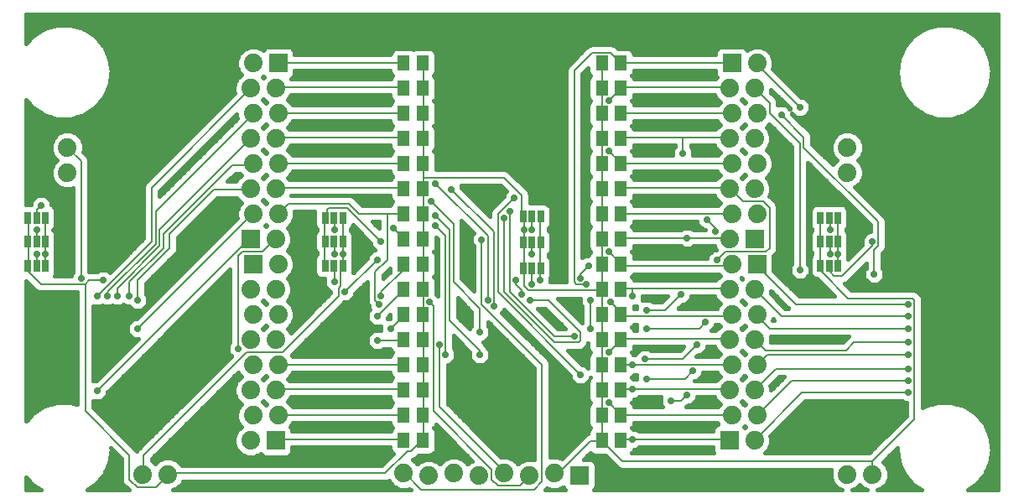
<source format=gbl>
G75*
G70*
%OFA0B0*%
%FSLAX24Y24*%
%IPPOS*%
%LPD*%
%AMOC8*
5,1,8,0,0,1.08239X$1,22.5*
%
%ADD10R,0.0740X0.0740*%
%ADD11C,0.0740*%
%ADD12R,0.0512X0.0591*%
%ADD13R,0.0250X0.0500*%
%ADD14C,0.0080*%
%ADD15OC8,0.0240*%
%ADD16C,0.0160*%
D10*
X010483Y002523D03*
X022561Y001130D03*
X028511Y002523D03*
X029611Y009523D03*
X029511Y010523D03*
X028611Y017523D03*
X010583Y017523D03*
X009483Y010523D03*
X009583Y009523D03*
D11*
X010583Y009523D03*
X010483Y010523D03*
X010583Y011523D03*
X009583Y011523D03*
X009483Y012523D03*
X010483Y012523D03*
X010583Y013523D03*
X009583Y013523D03*
X009483Y014523D03*
X010483Y014523D03*
X010583Y015523D03*
X009583Y015523D03*
X009483Y016523D03*
X010483Y016523D03*
X009583Y017523D03*
X002190Y014180D03*
X002190Y013180D03*
X009483Y008523D03*
X010483Y008523D03*
X010583Y007523D03*
X009583Y007523D03*
X009483Y006523D03*
X010483Y006523D03*
X010583Y005523D03*
X009583Y005523D03*
X009483Y004523D03*
X010483Y004523D03*
X010583Y003523D03*
X009583Y003523D03*
X009483Y002523D03*
X006190Y001180D03*
X005190Y001180D03*
X015561Y001230D03*
X016561Y001130D03*
X017561Y001230D03*
X018561Y001130D03*
X019561Y001230D03*
X020561Y001130D03*
X021561Y001230D03*
X028611Y003523D03*
X029611Y003523D03*
X029511Y004523D03*
X028511Y004523D03*
X028611Y005523D03*
X029611Y005523D03*
X029511Y006523D03*
X028511Y006523D03*
X028611Y007523D03*
X029611Y007523D03*
X029511Y008523D03*
X028511Y008523D03*
X028611Y009523D03*
X028511Y010523D03*
X028611Y011523D03*
X029611Y011523D03*
X029511Y012523D03*
X028511Y012523D03*
X028611Y013523D03*
X029611Y013523D03*
X029511Y014523D03*
X028511Y014523D03*
X028611Y015523D03*
X029611Y015523D03*
X029511Y016523D03*
X028511Y016523D03*
X029611Y017523D03*
X033190Y014180D03*
X033190Y013180D03*
X029511Y002523D03*
X033190Y001180D03*
X034190Y001180D03*
D12*
X024187Y002523D03*
X023439Y002523D03*
X023439Y003523D03*
X024187Y003523D03*
X024187Y004523D03*
X023439Y004523D03*
X023439Y005523D03*
X024187Y005523D03*
X024187Y006523D03*
X023439Y006523D03*
X023439Y007523D03*
X024187Y007523D03*
X024187Y008523D03*
X023439Y008523D03*
X023439Y009523D03*
X024187Y009523D03*
X024187Y010523D03*
X023439Y010523D03*
X023439Y011523D03*
X024187Y011523D03*
X024187Y012523D03*
X023439Y012523D03*
X023439Y013523D03*
X024187Y013523D03*
X024187Y014523D03*
X023439Y014523D03*
X023439Y015523D03*
X024187Y015523D03*
X024187Y016523D03*
X023439Y016523D03*
X023439Y017523D03*
X024187Y017523D03*
X016313Y017523D03*
X015564Y017523D03*
X015564Y016523D03*
X016313Y016523D03*
X016313Y015523D03*
X015564Y015523D03*
X015564Y014523D03*
X016313Y014523D03*
X016313Y013523D03*
X015564Y013523D03*
X015564Y012523D03*
X016313Y012523D03*
X016313Y011523D03*
X015564Y011523D03*
X015564Y010523D03*
X016313Y010523D03*
X016313Y009523D03*
X015564Y009523D03*
X015564Y008523D03*
X016313Y008523D03*
X016313Y007523D03*
X015564Y007523D03*
X015564Y006523D03*
X016313Y006523D03*
X016313Y005523D03*
X015564Y005523D03*
X015564Y004523D03*
X016313Y004523D03*
X016313Y003523D03*
X015564Y003523D03*
X015564Y002523D03*
X016313Y002523D03*
D13*
X020313Y009379D03*
X020663Y009379D03*
X021013Y009379D03*
X021013Y010402D03*
X020663Y010402D03*
X020313Y010402D03*
X020313Y011426D03*
X020663Y011426D03*
X021013Y011426D03*
X013139Y011375D03*
X012789Y011375D03*
X012439Y011375D03*
X012439Y010430D03*
X012789Y010430D03*
X013139Y010430D03*
X013139Y009485D03*
X012789Y009485D03*
X012439Y009485D03*
X001328Y009485D03*
X000978Y009485D03*
X000628Y009485D03*
X000628Y010430D03*
X000978Y010430D03*
X001328Y010430D03*
X001328Y011375D03*
X000978Y011375D03*
X000628Y011375D03*
X032124Y011375D03*
X032474Y011375D03*
X032824Y011375D03*
X032824Y010430D03*
X032474Y010430D03*
X032124Y010430D03*
X032124Y009485D03*
X032474Y009485D03*
X032824Y009485D03*
D14*
X032830Y009540D01*
X032830Y009940D01*
X032830Y010420D01*
X032824Y010430D01*
X032830Y010500D01*
X032830Y011300D01*
X032824Y011375D01*
X032510Y011300D02*
X032474Y011375D01*
X032510Y011300D02*
X032510Y010900D01*
X032474Y010430D02*
X032510Y010420D01*
X032510Y009940D01*
X032474Y009485D02*
X032510Y009460D01*
X032510Y009220D01*
X032670Y009060D01*
X032990Y009060D01*
X034190Y010260D01*
X034190Y010420D01*
X034430Y010260D02*
X034430Y011220D01*
X031470Y014180D01*
X031470Y014580D01*
X030590Y015460D01*
X030110Y015540D02*
X030110Y015940D01*
X029550Y016500D01*
X029511Y016523D01*
X028511Y016523D02*
X028510Y016580D01*
X024190Y016580D01*
X024187Y016523D01*
X024190Y016500D01*
X023710Y016020D01*
X023470Y015540D02*
X023439Y015523D01*
X023470Y015460D01*
X023470Y014580D01*
X023439Y014523D01*
X023470Y014500D01*
X023470Y013540D01*
X023439Y013523D01*
X023470Y013460D01*
X023470Y012580D01*
X023439Y012523D01*
X023470Y012500D01*
X023470Y011540D01*
X023439Y011523D01*
X023470Y011460D01*
X023470Y010580D01*
X023439Y010523D01*
X023470Y010500D01*
X023470Y009540D01*
X023439Y009523D01*
X023470Y009460D01*
X023470Y008580D01*
X023439Y008523D01*
X023390Y008500D01*
X020510Y008500D01*
X020350Y008660D01*
X020350Y009300D01*
X020313Y009379D01*
X020350Y009380D01*
X020350Y010340D01*
X020313Y010402D01*
X020350Y010420D01*
X020350Y010900D01*
X020350Y011380D01*
X020313Y011426D01*
X020270Y011460D01*
X020270Y012260D01*
X019550Y012980D01*
X016350Y012980D01*
X016350Y012580D01*
X016313Y012523D01*
X016350Y012500D01*
X016350Y011540D01*
X016313Y011523D01*
X016350Y011460D01*
X016350Y010580D01*
X016313Y010523D01*
X016350Y010500D01*
X016350Y009540D01*
X016313Y009523D01*
X016350Y009460D01*
X016350Y008580D01*
X016313Y008523D01*
X016350Y008500D01*
X016350Y007540D01*
X016313Y007523D01*
X016350Y007460D01*
X016350Y006580D01*
X016313Y006523D01*
X016350Y006500D01*
X016350Y005540D01*
X016313Y005523D01*
X016350Y005460D01*
X016350Y004580D01*
X016313Y004523D01*
X016350Y004500D01*
X016350Y003540D01*
X016313Y003523D01*
X016350Y003460D01*
X016350Y002580D01*
X016313Y002523D01*
X016270Y002500D01*
X015870Y002100D01*
X015710Y002100D01*
X014830Y001220D01*
X006190Y001220D01*
X006190Y001180D01*
X006190Y001140D01*
X005710Y000660D01*
X004990Y000660D01*
X004670Y000980D01*
X004670Y001940D01*
X002910Y003700D01*
X002910Y008740D01*
X001150Y008740D01*
X000670Y009220D01*
X000670Y009460D01*
X000628Y009485D01*
X000670Y009540D01*
X000670Y010420D01*
X000628Y010430D01*
X000670Y010500D01*
X000670Y011300D01*
X000628Y011375D01*
X000978Y011375D02*
X000990Y011380D01*
X000990Y011700D01*
X001150Y011860D01*
X001328Y011375D02*
X001310Y011300D01*
X001310Y010500D01*
X001328Y010430D01*
X001310Y010420D01*
X001310Y009940D01*
X001310Y009540D01*
X001328Y009485D01*
X000990Y009540D02*
X000978Y009485D01*
X000990Y009540D02*
X000990Y009940D01*
X000978Y010430D02*
X000990Y010500D01*
X000990Y010900D01*
X002750Y008980D02*
X002750Y013620D01*
X002190Y014180D01*
X005550Y012580D02*
X009470Y016500D01*
X009483Y016523D01*
X010483Y016523D02*
X010510Y016580D01*
X015550Y016580D01*
X015564Y016523D01*
X016313Y016523D02*
X016350Y016500D01*
X016350Y015540D01*
X016313Y015523D01*
X016350Y015460D01*
X016350Y014580D01*
X016313Y014523D01*
X016350Y014500D01*
X016350Y013540D01*
X016313Y013523D01*
X016350Y013460D01*
X016350Y012980D01*
X016830Y012740D02*
X018910Y010660D01*
X018910Y008100D01*
X018670Y007940D02*
X018670Y010500D01*
X019150Y010820D02*
X017470Y012500D01*
X016670Y012020D02*
X017550Y011140D01*
X017550Y008820D01*
X018590Y007780D01*
X018590Y006820D01*
X018590Y006100D02*
X017390Y007300D01*
X017390Y010900D01*
X016830Y011460D01*
X016830Y011060D02*
X017230Y010660D01*
X017230Y005940D01*
X016990Y006340D02*
X016990Y003860D01*
X019550Y001300D01*
X019561Y001230D01*
X019070Y001380D02*
X019070Y000980D01*
X019310Y000740D01*
X020190Y000740D01*
X020510Y001060D01*
X020561Y001130D01*
X021070Y000900D02*
X021070Y005540D01*
X018670Y007940D01*
X019150Y007860D02*
X019150Y010820D01*
X019550Y011380D02*
X019550Y008420D01*
X021550Y006420D01*
X022510Y006420D01*
X022590Y006500D01*
X022590Y006820D01*
X021310Y008100D01*
X020590Y008100D01*
X020270Y008340D02*
X020270Y008500D01*
X020030Y008740D01*
X020030Y008900D01*
X019790Y008420D02*
X019790Y011620D01*
X019310Y011540D02*
X019950Y012180D01*
X019310Y011540D02*
X019310Y008420D01*
X022590Y005140D01*
X023439Y005523D02*
X023470Y005540D01*
X023470Y006500D01*
X023439Y006523D01*
X023470Y006580D01*
X023470Y007460D01*
X023439Y007523D01*
X023470Y007540D01*
X023470Y008500D01*
X023439Y008523D01*
X022830Y008740D02*
X022430Y008740D01*
X022350Y008820D01*
X022350Y017220D01*
X023070Y017940D01*
X023790Y017940D01*
X024190Y017540D01*
X024187Y017523D01*
X024190Y017540D01*
X028590Y017540D01*
X028611Y017523D01*
X029611Y017523D02*
X029630Y017460D01*
X031310Y015780D01*
X030110Y015540D02*
X031310Y014340D01*
X031310Y009300D01*
X032124Y009485D02*
X032190Y009460D01*
X032190Y009220D01*
X033230Y008180D01*
X035790Y008180D01*
X035870Y008100D01*
X035870Y003380D01*
X034190Y001700D01*
X024270Y001700D01*
X023470Y002500D01*
X023439Y002523D01*
X023390Y002500D01*
X022990Y002500D01*
X021790Y001300D01*
X021630Y001300D01*
X021561Y001230D01*
X021070Y000900D02*
X020750Y000580D01*
X016270Y000580D01*
X015630Y001220D01*
X015561Y001230D01*
X015564Y002523D02*
X015550Y002580D01*
X010510Y002580D01*
X010483Y002523D01*
X010583Y003523D02*
X010590Y003540D01*
X015550Y003540D01*
X015564Y003523D01*
X016750Y003700D02*
X019070Y001380D01*
X023439Y002523D02*
X023470Y002580D01*
X023470Y003460D01*
X023439Y003523D01*
X023470Y003540D01*
X023470Y004500D01*
X023439Y004523D01*
X023470Y004580D01*
X023470Y005460D01*
X023439Y005523D01*
X024187Y005523D02*
X024190Y005540D01*
X024670Y005540D01*
X028590Y005540D01*
X028611Y005523D01*
X029611Y005523D02*
X029630Y005540D01*
X030030Y005940D01*
X035630Y005940D01*
X035630Y006420D02*
X033470Y006420D01*
X033150Y006100D01*
X029950Y006100D01*
X029550Y006500D01*
X029511Y006523D01*
X030110Y006980D02*
X029630Y007460D01*
X029611Y007523D01*
X029550Y008500D02*
X030590Y007460D01*
X035630Y007460D01*
X035630Y007940D02*
X031150Y007940D01*
X029630Y009460D01*
X029611Y009523D01*
X029950Y010020D02*
X030110Y010180D01*
X030110Y011780D01*
X029870Y012020D01*
X029070Y012020D01*
X028590Y012500D01*
X028511Y012523D01*
X028510Y012580D01*
X024190Y012580D01*
X024187Y012523D01*
X024190Y011540D02*
X024187Y011523D01*
X024190Y011540D02*
X028590Y011540D01*
X028611Y011523D01*
X027950Y010980D02*
X027630Y011300D01*
X027950Y010980D02*
X027950Y010820D01*
X028510Y010580D02*
X028511Y010523D01*
X028510Y010580D02*
X026830Y010580D01*
X024190Y010580D01*
X024187Y010523D01*
X023710Y010020D02*
X024190Y009540D01*
X024187Y009523D01*
X024190Y009460D01*
X028590Y009460D01*
X028611Y009523D01*
X028350Y010020D02*
X028030Y009700D01*
X028350Y010020D02*
X029950Y010020D01*
X032110Y010420D02*
X032110Y009540D01*
X032124Y009485D01*
X032110Y010420D02*
X032124Y010430D01*
X032110Y010500D01*
X032110Y011300D01*
X032124Y011375D01*
X034270Y010100D02*
X034430Y010260D01*
X034270Y010100D02*
X034270Y009140D01*
X035630Y006980D02*
X030110Y006980D01*
X028590Y007460D02*
X028611Y007523D01*
X028590Y007460D02*
X024190Y007460D01*
X024187Y007523D01*
X024110Y007540D01*
X024110Y007700D01*
X023790Y008020D01*
X024187Y008523D02*
X024190Y008580D01*
X024670Y008580D01*
X024670Y008260D01*
X024670Y008580D02*
X028510Y008580D01*
X028511Y008523D01*
X029511Y008523D02*
X029550Y008500D01*
X027550Y007220D02*
X027310Y006980D01*
X025230Y006980D01*
X024190Y006580D02*
X024187Y006523D01*
X024190Y006500D01*
X023710Y006020D01*
X024190Y006580D02*
X028510Y006580D01*
X028511Y006523D01*
X027230Y006340D02*
X026670Y005780D01*
X025150Y005780D01*
X025230Y004980D02*
X026750Y004980D01*
X027070Y005300D01*
X028510Y004580D02*
X028511Y004523D01*
X028510Y004580D02*
X024670Y004580D01*
X024190Y004580D01*
X024187Y004523D01*
X023710Y004020D02*
X024190Y003540D01*
X024187Y003523D01*
X024190Y003540D01*
X028590Y003540D01*
X028611Y003523D01*
X029611Y003523D02*
X029630Y003540D01*
X030990Y004900D01*
X035630Y004900D01*
X035630Y004420D02*
X031390Y004420D01*
X029550Y002580D01*
X029511Y002523D01*
X028511Y002523D02*
X028510Y002580D01*
X024670Y002580D01*
X024190Y002580D01*
X024187Y002523D01*
X026190Y004100D02*
X026590Y004100D01*
X026830Y004340D01*
X029511Y004523D02*
X029550Y004580D01*
X030350Y005380D01*
X035630Y005380D01*
X034190Y001700D02*
X034190Y001220D01*
X034190Y001180D01*
X022990Y006980D02*
X022990Y008100D01*
X022590Y008980D02*
X022590Y009140D01*
X022910Y009460D01*
X021013Y009379D02*
X020990Y009300D01*
X020990Y008900D01*
X020670Y008740D02*
X020670Y009300D01*
X020663Y009379D01*
X020990Y009380D02*
X021013Y009379D01*
X020990Y009380D02*
X020990Y010340D01*
X021013Y010402D01*
X020990Y010420D01*
X020990Y011380D01*
X021013Y011426D01*
X020670Y011380D02*
X020663Y011426D01*
X020670Y011380D02*
X020670Y010900D01*
X020663Y010402D02*
X020670Y010340D01*
X020670Y009940D01*
X019790Y008420D02*
X021550Y006660D01*
X022350Y006660D01*
X025230Y007700D02*
X025950Y007700D01*
X026590Y008340D01*
X018590Y006100D02*
X018590Y005940D01*
X015564Y005523D02*
X015550Y005540D01*
X010590Y005540D01*
X010583Y005523D01*
X010750Y006020D02*
X009310Y006020D01*
X005230Y001940D01*
X005230Y001220D01*
X005190Y001180D01*
X000590Y001080D02*
X000570Y001058D01*
X000590Y001080D01*
X000570Y001058D01*
X000590Y001080D01*
X000570Y001058D01*
X000590Y001080D01*
X000570Y001058D01*
X000590Y001080D01*
X000570Y001058D01*
X000590Y001080D01*
X003390Y004500D02*
X009470Y010580D01*
X009483Y010523D01*
X009150Y010020D02*
X008990Y009860D01*
X008990Y006180D01*
X010750Y006020D02*
X012990Y008260D01*
X012990Y008580D01*
X013070Y008660D01*
X013070Y009460D01*
X013139Y009485D01*
X013150Y009540D01*
X013150Y009940D01*
X013150Y010420D01*
X013139Y010430D01*
X013150Y010500D01*
X013150Y011300D01*
X013139Y011375D01*
X012830Y011300D02*
X012789Y011375D01*
X012830Y011300D02*
X012830Y010900D01*
X012789Y010430D02*
X012830Y010420D01*
X012830Y009940D01*
X012789Y009485D02*
X012830Y009460D01*
X012830Y008820D01*
X013230Y008420D02*
X014510Y009700D01*
X014910Y009700D02*
X014910Y011540D01*
X015550Y011540D01*
X015564Y011523D01*
X014910Y011540D02*
X013790Y011540D01*
X013390Y011940D01*
X010990Y011940D01*
X010590Y011540D01*
X010583Y011523D01*
X009583Y011523D02*
X009550Y011540D01*
X004990Y006980D01*
X004990Y008100D02*
X004990Y008900D01*
X006270Y010180D01*
X006270Y010740D01*
X008030Y012500D01*
X009470Y012500D01*
X009483Y012523D01*
X010483Y012523D02*
X010510Y012580D01*
X015550Y012580D01*
X015564Y012523D01*
X015564Y013523D02*
X015550Y013540D01*
X010590Y013540D01*
X010583Y013523D01*
X009583Y013523D02*
X009550Y013460D01*
X008750Y013460D01*
X006030Y010740D01*
X006030Y010180D01*
X004670Y008820D01*
X004670Y008260D01*
X004190Y008260D02*
X004190Y008580D01*
X005870Y010260D01*
X005870Y010900D01*
X009470Y014500D01*
X009483Y014523D01*
X010483Y014523D02*
X010510Y014580D01*
X015550Y014580D01*
X015564Y014523D01*
X015564Y015523D02*
X015550Y015540D01*
X010590Y015540D01*
X010583Y015523D01*
X009583Y015523D02*
X009550Y015460D01*
X005710Y011620D01*
X005710Y010340D01*
X003790Y008420D01*
X003790Y008260D01*
X003390Y008260D02*
X005550Y010420D01*
X005550Y012580D01*
X009150Y010020D02*
X009950Y010020D01*
X010430Y010500D01*
X010483Y010523D01*
X012430Y010500D02*
X012439Y010430D01*
X012430Y010420D01*
X012430Y009540D01*
X012439Y009485D01*
X012430Y010500D02*
X012430Y011300D01*
X012439Y011375D01*
X012510Y011380D01*
X012510Y011700D01*
X012590Y011780D01*
X013310Y011780D01*
X014670Y010420D01*
X015150Y010980D02*
X015550Y010580D01*
X015564Y010523D01*
X014910Y009700D02*
X014430Y009220D01*
X014430Y008100D01*
X014590Y007940D01*
X014670Y008260D02*
X014670Y008420D01*
X015550Y009300D01*
X015550Y009460D01*
X015564Y009523D01*
X015564Y008523D02*
X015550Y008500D01*
X014510Y007460D01*
X015070Y006980D02*
X015550Y007460D01*
X015564Y007523D01*
X016590Y008020D02*
X016750Y007860D01*
X016750Y003700D01*
X015564Y004523D02*
X015550Y004580D01*
X010510Y004580D01*
X010483Y004523D01*
X014510Y006500D02*
X015550Y006500D01*
X015564Y006523D01*
X003630Y008900D02*
X003070Y008900D01*
X002910Y008740D01*
X016313Y016523D02*
X016350Y016580D01*
X016350Y017460D01*
X016313Y017523D01*
X015564Y017523D02*
X015550Y017540D01*
X010590Y017540D01*
X010583Y017523D01*
X023439Y017523D02*
X023470Y017460D01*
X023470Y016580D01*
X023439Y016523D01*
X023470Y016500D01*
X023470Y015540D01*
X024187Y015523D02*
X024190Y015540D01*
X028590Y015540D01*
X028611Y015523D01*
X028510Y014580D02*
X026670Y014580D01*
X026670Y013940D01*
X026670Y014580D02*
X024190Y014580D01*
X024187Y014523D01*
X023710Y014020D02*
X024190Y013540D01*
X024187Y013523D01*
X024190Y013540D01*
X028590Y013540D01*
X028611Y013523D01*
X028511Y014523D02*
X028510Y014580D01*
D15*
X026670Y013940D03*
X023710Y014020D03*
X019950Y012180D03*
X019790Y011620D03*
X019550Y011380D03*
X020350Y010900D03*
X020670Y010900D03*
X020670Y009940D03*
X020990Y008900D03*
X020670Y008740D03*
X020270Y008340D03*
X020590Y008100D03*
X019150Y007860D03*
X018910Y008100D03*
X020030Y008900D03*
X022590Y008980D03*
X022830Y008740D03*
X022990Y008100D03*
X023790Y008020D03*
X024670Y008260D03*
X025230Y007700D03*
X026590Y008340D03*
X027550Y007220D03*
X027230Y006340D03*
X027070Y005300D03*
X026830Y004340D03*
X026190Y004100D03*
X024670Y004580D03*
X025230Y004980D03*
X024670Y005540D03*
X025150Y005780D03*
X023710Y006020D03*
X022350Y006660D03*
X022990Y006980D03*
X025230Y006980D03*
X022590Y005140D03*
X023710Y004020D03*
X024670Y002580D03*
X018590Y005940D03*
X017230Y005940D03*
X016990Y006340D03*
X018590Y006820D03*
X016590Y008020D03*
X014670Y008260D03*
X014590Y007940D03*
X014510Y007460D03*
X015070Y006980D03*
X014510Y006500D03*
X013230Y008420D03*
X012830Y008820D03*
X014510Y009700D03*
X014670Y010420D03*
X015150Y010980D03*
X016830Y011060D03*
X016830Y011460D03*
X016670Y012020D03*
X017470Y012500D03*
X016830Y012740D03*
X012830Y010900D03*
X012830Y009940D03*
X013150Y009940D03*
X018670Y010500D03*
X022910Y009460D03*
X023710Y010020D03*
X026830Y010580D03*
X027950Y010820D03*
X027630Y011300D03*
X028030Y009700D03*
X031310Y009300D03*
X032510Y009940D03*
X032830Y009940D03*
X034190Y010420D03*
X032510Y010900D03*
X034270Y009140D03*
X035630Y007940D03*
X035630Y007460D03*
X035630Y006980D03*
X035630Y006420D03*
X035630Y005940D03*
X035630Y005380D03*
X035630Y004900D03*
X035630Y004420D03*
X030590Y015460D03*
X031310Y015780D03*
X023710Y016020D03*
X004990Y008100D03*
X004670Y008260D03*
X004190Y008260D03*
X003790Y008260D03*
X003390Y008260D03*
X003630Y008900D03*
X002750Y008980D03*
X001310Y009940D03*
X000990Y009940D03*
X000990Y010900D03*
X001150Y011860D03*
X004990Y006980D03*
X008990Y006180D03*
X003390Y004500D03*
D16*
X000570Y001058D02*
X000570Y000560D01*
X001139Y000560D01*
X000829Y000759D01*
X000829Y000759D01*
X000570Y001058D01*
X000570Y000973D02*
X000645Y000973D01*
X000570Y000814D02*
X000782Y000814D01*
X000991Y000656D02*
X000570Y000656D01*
X002982Y000560D02*
X004638Y000560D01*
X004399Y000799D01*
X004350Y000916D01*
X004350Y001807D01*
X003934Y002224D01*
X003941Y002180D01*
X003864Y001650D01*
X003864Y001650D01*
X003642Y001164D01*
X003642Y001164D01*
X003292Y000759D01*
X003292Y000759D01*
X003292Y000759D01*
X002982Y000560D01*
X003130Y000656D02*
X004542Y000656D01*
X004393Y000814D02*
X003339Y000814D01*
X003477Y000973D02*
X004350Y000973D01*
X004350Y001131D02*
X003614Y001131D01*
X003700Y001290D02*
X004350Y001290D01*
X004350Y001448D02*
X003772Y001448D01*
X003844Y001607D02*
X004350Y001607D01*
X004350Y001765D02*
X003881Y001765D01*
X003904Y001924D02*
X004234Y001924D01*
X004076Y002082D02*
X003926Y002082D01*
X004506Y002558D02*
X005395Y002558D01*
X005554Y002716D02*
X004347Y002716D01*
X004189Y002875D02*
X005712Y002875D01*
X005871Y003033D02*
X004030Y003033D01*
X003872Y003192D02*
X006029Y003192D01*
X006188Y003350D02*
X003713Y003350D01*
X003555Y003509D02*
X006346Y003509D01*
X006505Y003667D02*
X003396Y003667D01*
X003238Y003826D02*
X006663Y003826D01*
X006822Y003984D02*
X003230Y003984D01*
X003230Y004100D02*
X003230Y003833D01*
X004852Y002211D01*
X004942Y002121D01*
X004950Y002100D01*
X004959Y002121D01*
X008721Y005883D01*
X008590Y006014D01*
X008590Y006346D01*
X008670Y006426D01*
X008670Y009327D01*
X003790Y004447D01*
X003790Y004334D01*
X003556Y004100D01*
X003230Y004100D01*
X003599Y004143D02*
X006980Y004143D01*
X007139Y004301D02*
X003757Y004301D01*
X003803Y004460D02*
X007297Y004460D01*
X007456Y004618D02*
X003961Y004618D01*
X004120Y004777D02*
X007614Y004777D01*
X007773Y004935D02*
X004278Y004935D01*
X004437Y005094D02*
X007931Y005094D01*
X008090Y005252D02*
X004595Y005252D01*
X004754Y005411D02*
X008248Y005411D01*
X008407Y005569D02*
X004912Y005569D01*
X005071Y005728D02*
X008565Y005728D01*
X008719Y005886D02*
X005229Y005886D01*
X005388Y006045D02*
X008590Y006045D01*
X008590Y006203D02*
X005546Y006203D01*
X005705Y006362D02*
X008606Y006362D01*
X008670Y006520D02*
X005863Y006520D01*
X006022Y006679D02*
X008670Y006679D01*
X008670Y006837D02*
X006180Y006837D01*
X006339Y006996D02*
X008670Y006996D01*
X008670Y007154D02*
X006497Y007154D01*
X006656Y007313D02*
X008670Y007313D01*
X008670Y007471D02*
X006814Y007471D01*
X006973Y007630D02*
X008670Y007630D01*
X008670Y007788D02*
X007131Y007788D01*
X007290Y007947D02*
X008670Y007947D01*
X008670Y008105D02*
X007448Y008105D01*
X007607Y008264D02*
X008670Y008264D01*
X008670Y008422D02*
X007765Y008422D01*
X007924Y008581D02*
X008670Y008581D01*
X008670Y008739D02*
X008082Y008739D01*
X008241Y008898D02*
X008670Y008898D01*
X008670Y009056D02*
X008399Y009056D01*
X008558Y009215D02*
X008670Y009215D01*
X007248Y009690D02*
X006233Y009690D01*
X006075Y009532D02*
X007089Y009532D01*
X006931Y009373D02*
X005916Y009373D01*
X005758Y009215D02*
X006772Y009215D01*
X006614Y009056D02*
X005599Y009056D01*
X005441Y008898D02*
X006455Y008898D01*
X006297Y008739D02*
X005310Y008739D01*
X005310Y008767D02*
X006452Y009909D01*
X006542Y009999D01*
X006590Y010116D01*
X006590Y010607D01*
X008163Y012180D01*
X008921Y012180D01*
X008932Y012154D01*
X009114Y011973D01*
X009032Y011891D01*
X008933Y011652D01*
X008933Y011393D01*
X008938Y011380D01*
X004938Y007380D01*
X004825Y007380D01*
X004590Y007146D01*
X004590Y006814D01*
X004825Y006580D01*
X005018Y006580D01*
X003338Y004900D01*
X003230Y004900D01*
X003230Y007860D01*
X003556Y007860D01*
X003590Y007894D01*
X003625Y007860D01*
X003956Y007860D01*
X003990Y007894D01*
X004025Y007860D01*
X004356Y007860D01*
X004430Y007934D01*
X004505Y007860D01*
X004665Y007860D01*
X004825Y007700D01*
X005156Y007700D01*
X005390Y007934D01*
X005390Y008266D01*
X005310Y008346D01*
X005310Y008767D01*
X005310Y008581D02*
X006138Y008581D01*
X005980Y008422D02*
X005310Y008422D01*
X005390Y008264D02*
X005821Y008264D01*
X005663Y008105D02*
X005390Y008105D01*
X005390Y007947D02*
X005504Y007947D01*
X005346Y007788D02*
X005244Y007788D01*
X005187Y007630D02*
X003230Y007630D01*
X003230Y007788D02*
X004737Y007788D01*
X005029Y007471D02*
X003230Y007471D01*
X003230Y007313D02*
X004757Y007313D01*
X004599Y007154D02*
X003230Y007154D01*
X003230Y006996D02*
X004590Y006996D01*
X004590Y006837D02*
X003230Y006837D01*
X003230Y006679D02*
X004726Y006679D01*
X004958Y006520D02*
X003230Y006520D01*
X003230Y006362D02*
X004799Y006362D01*
X004641Y006203D02*
X003230Y006203D01*
X003230Y006045D02*
X004482Y006045D01*
X004324Y005886D02*
X003230Y005886D01*
X003230Y005728D02*
X004165Y005728D01*
X004007Y005569D02*
X003230Y005569D01*
X003230Y005411D02*
X003848Y005411D01*
X003690Y005252D02*
X003230Y005252D01*
X003230Y005094D02*
X003531Y005094D01*
X003373Y004935D02*
X003230Y004935D01*
X002590Y004935D02*
X000570Y004935D01*
X000570Y004777D02*
X002590Y004777D01*
X002590Y004618D02*
X000570Y004618D01*
X000570Y004460D02*
X002590Y004460D01*
X002590Y004301D02*
X000570Y004301D01*
X000570Y004143D02*
X002590Y004143D01*
X002590Y003984D02*
X002522Y003984D01*
X002590Y003964D02*
X002328Y004041D01*
X001793Y004041D01*
X001280Y003890D01*
X001280Y003890D01*
X000829Y003601D01*
X000829Y003601D01*
X000829Y003601D01*
X000570Y003302D01*
X000570Y008867D01*
X000969Y008469D01*
X001087Y008420D01*
X002590Y008420D01*
X002590Y003964D01*
X001599Y003984D02*
X000570Y003984D01*
X000570Y003826D02*
X001179Y003826D01*
X000932Y003667D02*
X000570Y003667D01*
X000570Y003509D02*
X000749Y003509D01*
X000612Y003350D02*
X000570Y003350D01*
X000570Y005094D02*
X002590Y005094D01*
X002590Y005252D02*
X000570Y005252D01*
X000570Y005411D02*
X002590Y005411D01*
X002590Y005569D02*
X000570Y005569D01*
X000570Y005728D02*
X002590Y005728D01*
X002590Y005886D02*
X000570Y005886D01*
X000570Y006045D02*
X002590Y006045D01*
X002590Y006203D02*
X000570Y006203D01*
X000570Y006362D02*
X002590Y006362D01*
X002590Y006520D02*
X000570Y006520D01*
X000570Y006679D02*
X002590Y006679D01*
X002590Y006837D02*
X000570Y006837D01*
X000570Y006996D02*
X002590Y006996D01*
X002590Y007154D02*
X000570Y007154D01*
X000570Y007313D02*
X002590Y007313D01*
X002590Y007471D02*
X000570Y007471D01*
X000570Y007630D02*
X002590Y007630D01*
X002590Y007788D02*
X000570Y007788D01*
X000570Y007947D02*
X002590Y007947D01*
X002590Y008105D02*
X000570Y008105D01*
X000570Y008264D02*
X002590Y008264D01*
X002350Y009060D02*
X001674Y009060D01*
X001690Y009077D01*
X001733Y009179D01*
X001733Y009791D01*
X001710Y009845D01*
X001710Y010070D01*
X001733Y010124D01*
X001733Y010736D01*
X001690Y010839D01*
X001630Y010898D01*
X001630Y010907D01*
X001690Y010966D01*
X001733Y011069D01*
X001733Y011681D01*
X001690Y011783D01*
X001611Y011862D01*
X001550Y011888D01*
X001550Y012026D01*
X001316Y012260D01*
X000985Y012260D01*
X000750Y012026D01*
X000750Y011913D01*
X000743Y011905D01*
X000570Y011905D01*
X000570Y016058D01*
X000829Y015759D01*
X000829Y015759D01*
X001280Y015470D01*
X001793Y015319D01*
X002328Y015319D01*
X002842Y015470D01*
X003292Y015759D01*
X003292Y015759D01*
X003292Y015759D01*
X003642Y016164D01*
X003864Y016650D01*
X003941Y017180D01*
X003864Y017710D01*
X003642Y018196D01*
X003642Y018196D01*
X003292Y018601D01*
X003292Y018601D01*
X002842Y018890D01*
X002842Y018890D01*
X002328Y019041D01*
X001793Y019041D01*
X001280Y018890D01*
X001280Y018890D01*
X000829Y018601D01*
X000829Y018601D01*
X000829Y018601D01*
X000570Y018302D01*
X000570Y019485D01*
X039181Y019485D01*
X039181Y000560D01*
X037982Y000560D01*
X038292Y000759D01*
X038292Y000759D01*
X038292Y000759D01*
X038642Y001164D01*
X038864Y001650D01*
X038941Y002180D01*
X038864Y002710D01*
X038642Y003196D01*
X038642Y003196D01*
X038292Y003601D01*
X038292Y003601D01*
X037842Y003890D01*
X037842Y003890D01*
X037328Y004041D01*
X036793Y004041D01*
X036280Y003890D01*
X036280Y003890D01*
X036190Y003833D01*
X036190Y008164D01*
X036142Y008281D01*
X036052Y008371D01*
X035972Y008451D01*
X035854Y008500D01*
X033363Y008500D01*
X033103Y008760D01*
X033172Y008789D01*
X033950Y009567D01*
X033950Y009386D01*
X033870Y009306D01*
X033870Y008974D01*
X034105Y008740D01*
X034436Y008740D01*
X034670Y008974D01*
X034670Y009306D01*
X034590Y009386D01*
X034590Y009967D01*
X034612Y009989D01*
X034702Y010079D01*
X034750Y010196D01*
X034750Y011284D01*
X034702Y011401D01*
X033499Y012604D01*
X033559Y012629D01*
X033742Y012812D01*
X033840Y013051D01*
X033840Y013309D01*
X033742Y013548D01*
X033610Y013680D01*
X033742Y013812D01*
X033840Y014051D01*
X033840Y014309D01*
X033742Y014548D01*
X033559Y014731D01*
X033320Y014830D01*
X033061Y014830D01*
X032822Y014731D01*
X032639Y014548D01*
X032540Y014309D01*
X032540Y014051D01*
X032639Y013812D01*
X032771Y013680D01*
X032639Y013548D01*
X032615Y013488D01*
X031790Y014313D01*
X031790Y014644D01*
X031742Y014761D01*
X030990Y015513D01*
X030990Y015534D01*
X031145Y015380D01*
X031476Y015380D01*
X031710Y015614D01*
X031710Y015946D01*
X031476Y016180D01*
X031363Y016180D01*
X030228Y017315D01*
X030261Y017393D01*
X030261Y017652D01*
X030162Y017891D01*
X029979Y018074D01*
X029740Y018173D01*
X029481Y018173D01*
X029242Y018074D01*
X029219Y018050D01*
X029218Y018051D01*
X029139Y018130D01*
X029036Y018173D01*
X028185Y018173D01*
X028082Y018130D01*
X028003Y018051D01*
X027961Y017948D01*
X027961Y017860D01*
X024722Y017860D01*
X024722Y017873D01*
X024680Y017976D01*
X024601Y018055D01*
X024498Y018098D01*
X024085Y018098D01*
X023972Y018211D01*
X023854Y018260D01*
X023007Y018260D01*
X022889Y018211D01*
X022799Y018121D01*
X022079Y017401D01*
X022030Y017284D01*
X022030Y008820D01*
X021390Y008820D01*
X021390Y009007D01*
X021418Y009073D01*
X021418Y009685D01*
X021375Y009787D01*
X021310Y009852D01*
X021310Y009929D01*
X021375Y009994D01*
X021418Y010097D01*
X021418Y010708D01*
X021375Y010811D01*
X021310Y010876D01*
X021310Y010953D01*
X021375Y011017D01*
X021418Y011120D01*
X021418Y011732D01*
X021375Y011835D01*
X021297Y011913D01*
X021194Y011956D01*
X020590Y011956D01*
X020590Y012324D01*
X020542Y012441D01*
X020452Y012531D01*
X019732Y013251D01*
X019614Y013300D01*
X016848Y013300D01*
X016848Y013873D01*
X016806Y013976D01*
X016760Y014023D01*
X016806Y014069D01*
X016848Y014172D01*
X016848Y014873D01*
X016806Y014976D01*
X016760Y015023D01*
X016806Y015069D01*
X016848Y015172D01*
X016848Y015873D01*
X016806Y015976D01*
X016760Y016023D01*
X016806Y016069D01*
X016848Y016172D01*
X016848Y016873D01*
X016806Y016976D01*
X016760Y017023D01*
X016806Y017069D01*
X016848Y017172D01*
X016848Y017873D01*
X016806Y017976D01*
X016727Y018055D01*
X016624Y018098D01*
X016001Y018098D01*
X015939Y018072D01*
X015876Y018098D01*
X015253Y018098D01*
X015150Y018055D01*
X015071Y017976D01*
X015029Y017873D01*
X015029Y017860D01*
X011233Y017860D01*
X011233Y017948D01*
X011190Y018051D01*
X011112Y018130D01*
X011009Y018173D01*
X010157Y018173D01*
X010054Y018130D01*
X009976Y018051D01*
X009975Y018050D01*
X009951Y018074D01*
X009712Y018173D01*
X009454Y018173D01*
X009215Y018074D01*
X009032Y017891D01*
X008933Y017652D01*
X008933Y017393D01*
X009032Y017154D01*
X009114Y017073D01*
X008932Y016891D01*
X008833Y016652D01*
X008833Y016393D01*
X008856Y016338D01*
X005279Y012761D01*
X005230Y012644D01*
X005230Y010553D01*
X003887Y009209D01*
X003796Y009300D01*
X003465Y009300D01*
X003385Y009220D01*
X003076Y009220D01*
X003070Y009226D01*
X003070Y013684D01*
X003022Y013801D01*
X002821Y014003D01*
X002840Y014051D01*
X002840Y014309D01*
X002742Y014548D01*
X002559Y014731D01*
X002320Y014830D01*
X002061Y014830D01*
X001822Y014731D01*
X001639Y014548D01*
X001540Y014309D01*
X001540Y014051D01*
X001639Y013812D01*
X001771Y013680D01*
X001639Y013548D01*
X001540Y013309D01*
X001540Y013051D01*
X001639Y012812D01*
X001822Y012629D01*
X002061Y012530D01*
X002320Y012530D01*
X002430Y012576D01*
X002430Y009226D01*
X002350Y009146D01*
X002350Y009060D01*
X002419Y009215D02*
X001733Y009215D01*
X001733Y009373D02*
X002430Y009373D01*
X002430Y009532D02*
X001733Y009532D01*
X001733Y009690D02*
X002430Y009690D01*
X002430Y009849D02*
X001710Y009849D01*
X001710Y010007D02*
X002430Y010007D01*
X002430Y010166D02*
X001733Y010166D01*
X001733Y010324D02*
X002430Y010324D01*
X002430Y010483D02*
X001733Y010483D01*
X001733Y010641D02*
X002430Y010641D01*
X002430Y010800D02*
X001706Y010800D01*
X001682Y010958D02*
X002430Y010958D01*
X002430Y011117D02*
X001733Y011117D01*
X001733Y011275D02*
X002430Y011275D01*
X002430Y011434D02*
X001733Y011434D01*
X001733Y011592D02*
X002430Y011592D01*
X002430Y011751D02*
X001704Y011751D01*
X001550Y011909D02*
X002430Y011909D01*
X002430Y012068D02*
X001509Y012068D01*
X001350Y012226D02*
X002430Y012226D01*
X002430Y012385D02*
X000570Y012385D01*
X000570Y012543D02*
X002030Y012543D01*
X002351Y012543D02*
X002430Y012543D01*
X003070Y012543D02*
X005230Y012543D01*
X005230Y012385D02*
X003070Y012385D01*
X003070Y012226D02*
X005230Y012226D01*
X005230Y012068D02*
X003070Y012068D01*
X003070Y011909D02*
X005230Y011909D01*
X005230Y011751D02*
X003070Y011751D01*
X003070Y011592D02*
X005230Y011592D01*
X005230Y011434D02*
X003070Y011434D01*
X003070Y011275D02*
X005230Y011275D01*
X005230Y011117D02*
X003070Y011117D01*
X003070Y010958D02*
X005230Y010958D01*
X005230Y010800D02*
X003070Y010800D01*
X003070Y010641D02*
X005230Y010641D01*
X005160Y010483D02*
X003070Y010483D01*
X003070Y010324D02*
X005002Y010324D01*
X004843Y010166D02*
X003070Y010166D01*
X003070Y010007D02*
X004685Y010007D01*
X004526Y009849D02*
X003070Y009849D01*
X003070Y009690D02*
X004368Y009690D01*
X004209Y009532D02*
X003070Y009532D01*
X003070Y009373D02*
X004051Y009373D01*
X003892Y009215D02*
X003882Y009215D01*
X006392Y009849D02*
X007406Y009849D01*
X007565Y010007D02*
X006545Y010007D01*
X006590Y010166D02*
X007723Y010166D01*
X007882Y010324D02*
X006590Y010324D01*
X006590Y010483D02*
X008040Y010483D01*
X008199Y010641D02*
X006624Y010641D01*
X006783Y010800D02*
X008357Y010800D01*
X008516Y010958D02*
X006941Y010958D01*
X007100Y011117D02*
X008674Y011117D01*
X008833Y011275D02*
X007258Y011275D01*
X007417Y011434D02*
X008933Y011434D01*
X008933Y011592D02*
X007575Y011592D01*
X007734Y011751D02*
X008974Y011751D01*
X009050Y011909D02*
X007892Y011909D01*
X008051Y012068D02*
X009019Y012068D01*
X008903Y012820D02*
X008563Y012820D01*
X008883Y013140D01*
X009046Y013140D01*
X009114Y013073D01*
X008932Y012891D01*
X008903Y012820D01*
X008919Y012860D02*
X008603Y012860D01*
X008762Y013019D02*
X009060Y013019D01*
X009952Y012973D02*
X009983Y012942D01*
X010114Y013073D01*
X010083Y013103D01*
X009952Y012973D01*
X009998Y013019D02*
X010060Y013019D01*
X010952Y012973D02*
X011025Y012900D01*
X015040Y012900D01*
X015071Y012976D01*
X015117Y013023D01*
X015071Y013069D01*
X015029Y013172D01*
X015029Y013220D01*
X011161Y013220D01*
X011134Y013154D01*
X010952Y012973D01*
X010998Y013019D02*
X015113Y013019D01*
X015029Y013177D02*
X011143Y013177D01*
X011147Y013860D02*
X011134Y013891D01*
X010952Y014073D01*
X011034Y014154D01*
X011078Y014260D01*
X015029Y014260D01*
X015029Y014172D01*
X015071Y014069D01*
X015117Y014023D01*
X015071Y013976D01*
X015029Y013873D01*
X015029Y013860D01*
X011147Y013860D01*
X011055Y013970D02*
X015068Y013970D01*
X015047Y014128D02*
X011008Y014128D01*
X010114Y013973D02*
X010083Y013942D01*
X009952Y014073D01*
X009983Y014103D01*
X010114Y013973D01*
X010111Y013970D02*
X010055Y013970D01*
X008400Y014762D02*
X008185Y014762D01*
X008241Y014604D02*
X008027Y014604D01*
X008083Y014445D02*
X007868Y014445D01*
X007924Y014287D02*
X007710Y014287D01*
X007766Y014128D02*
X007551Y014128D01*
X007607Y013970D02*
X007393Y013970D01*
X007449Y013811D02*
X007234Y013811D01*
X007290Y013653D02*
X007076Y013653D01*
X007132Y013494D02*
X006917Y013494D01*
X006973Y013336D02*
X006759Y013336D01*
X006815Y013177D02*
X006600Y013177D01*
X006656Y013019D02*
X006442Y013019D01*
X006498Y012860D02*
X006283Y012860D01*
X006339Y012702D02*
X006125Y012702D01*
X006181Y012543D02*
X005966Y012543D01*
X005870Y012447D02*
X005870Y012233D01*
X008962Y015324D01*
X008933Y015393D01*
X008933Y015510D01*
X005870Y012447D01*
X005870Y012385D02*
X006022Y012385D01*
X005254Y012702D02*
X003070Y012702D01*
X003070Y012860D02*
X005378Y012860D01*
X005536Y013019D02*
X003070Y013019D01*
X003070Y013177D02*
X005695Y013177D01*
X005853Y013336D02*
X003070Y013336D01*
X003070Y013494D02*
X006012Y013494D01*
X006170Y013653D02*
X003070Y013653D01*
X003012Y013811D02*
X006329Y013811D01*
X006487Y013970D02*
X002854Y013970D01*
X002840Y014128D02*
X006646Y014128D01*
X006804Y014287D02*
X002840Y014287D01*
X002784Y014445D02*
X006963Y014445D01*
X007121Y014604D02*
X002686Y014604D01*
X002484Y014762D02*
X007280Y014762D01*
X007438Y014921D02*
X000570Y014921D01*
X000570Y015079D02*
X007597Y015079D01*
X007755Y015238D02*
X000570Y015238D01*
X000570Y015396D02*
X001531Y015396D01*
X001280Y015470D02*
X001280Y015470D01*
X001148Y015555D02*
X000570Y015555D01*
X000570Y015713D02*
X000901Y015713D01*
X000732Y015872D02*
X000570Y015872D01*
X000570Y016030D02*
X000595Y016030D01*
X002590Y015396D02*
X007914Y015396D01*
X008072Y015555D02*
X002973Y015555D01*
X002842Y015470D02*
X002842Y015470D01*
X003220Y015713D02*
X008231Y015713D01*
X008389Y015872D02*
X003389Y015872D01*
X003526Y016030D02*
X008548Y016030D01*
X008706Y016189D02*
X003654Y016189D01*
X003642Y016164D02*
X003642Y016164D01*
X003726Y016347D02*
X008852Y016347D01*
X008833Y016506D02*
X003798Y016506D01*
X003864Y016650D02*
X003864Y016650D01*
X003866Y016664D02*
X008838Y016664D01*
X008904Y016823D02*
X003889Y016823D01*
X003912Y016981D02*
X009022Y016981D01*
X009047Y017140D02*
X003935Y017140D01*
X003924Y017298D02*
X008972Y017298D01*
X008933Y017457D02*
X003901Y017457D01*
X003878Y017615D02*
X008933Y017615D01*
X008983Y017774D02*
X003835Y017774D01*
X003864Y017710D02*
X003864Y017710D01*
X003763Y017932D02*
X009073Y017932D01*
X009256Y018091D02*
X003690Y018091D01*
X003597Y018249D02*
X022980Y018249D01*
X022768Y018091D02*
X016642Y018091D01*
X016824Y017932D02*
X022610Y017932D01*
X022451Y017774D02*
X016848Y017774D01*
X016848Y017615D02*
X022293Y017615D01*
X022134Y017457D02*
X016848Y017457D01*
X016848Y017298D02*
X022036Y017298D01*
X022030Y017140D02*
X016835Y017140D01*
X016801Y016981D02*
X022030Y016981D01*
X022030Y016823D02*
X016848Y016823D01*
X016848Y016664D02*
X022030Y016664D01*
X022030Y016506D02*
X016848Y016506D01*
X016848Y016347D02*
X022030Y016347D01*
X022030Y016189D02*
X016848Y016189D01*
X016767Y016030D02*
X022030Y016030D01*
X022030Y015872D02*
X016848Y015872D01*
X016848Y015713D02*
X022030Y015713D01*
X022030Y015555D02*
X016848Y015555D01*
X016848Y015396D02*
X022030Y015396D01*
X022030Y015238D02*
X016848Y015238D01*
X016810Y015079D02*
X022030Y015079D01*
X022030Y014921D02*
X016829Y014921D01*
X016848Y014762D02*
X022030Y014762D01*
X022030Y014604D02*
X016848Y014604D01*
X016848Y014445D02*
X022030Y014445D01*
X022030Y014287D02*
X016848Y014287D01*
X016830Y014128D02*
X022030Y014128D01*
X022030Y013970D02*
X016809Y013970D01*
X016848Y013811D02*
X022030Y013811D01*
X022030Y013653D02*
X016848Y013653D01*
X016848Y013494D02*
X022030Y013494D01*
X022030Y013336D02*
X016848Y013336D01*
X017870Y012660D02*
X019418Y012660D01*
X019641Y012437D01*
X019550Y012346D01*
X019550Y012233D01*
X019039Y011721D01*
X018990Y011604D01*
X018990Y011433D01*
X017870Y012553D01*
X017870Y012660D01*
X017880Y012543D02*
X019535Y012543D01*
X019589Y012385D02*
X018039Y012385D01*
X018197Y012226D02*
X019544Y012226D01*
X019385Y012068D02*
X018356Y012068D01*
X018514Y011909D02*
X019227Y011909D01*
X019068Y011751D02*
X018673Y011751D01*
X018831Y011592D02*
X018990Y011592D01*
X018990Y011434D02*
X018990Y011434D01*
X018001Y011117D02*
X017870Y011117D01*
X017870Y011204D02*
X017840Y011278D01*
X018361Y010757D01*
X018270Y010666D01*
X018270Y010334D01*
X018350Y010254D01*
X018350Y008473D01*
X017870Y008953D01*
X017870Y011204D01*
X017843Y011275D02*
X017841Y011275D01*
X017870Y010958D02*
X018160Y010958D01*
X018318Y010800D02*
X017870Y010800D01*
X017870Y010641D02*
X018270Y010641D01*
X018270Y010483D02*
X017870Y010483D01*
X017870Y010324D02*
X018281Y010324D01*
X018350Y010166D02*
X017870Y010166D01*
X017870Y010007D02*
X018350Y010007D01*
X018350Y009849D02*
X017870Y009849D01*
X017870Y009690D02*
X018350Y009690D01*
X018350Y009532D02*
X017870Y009532D01*
X017870Y009373D02*
X018350Y009373D01*
X018350Y009215D02*
X017870Y009215D01*
X017870Y009056D02*
X018350Y009056D01*
X018350Y008898D02*
X017926Y008898D01*
X018084Y008739D02*
X018350Y008739D01*
X018350Y008581D02*
X018243Y008581D01*
X017813Y008105D02*
X017710Y008105D01*
X017710Y008207D02*
X018270Y007647D01*
X018270Y007066D01*
X018190Y006986D01*
X018190Y006953D01*
X017710Y007433D01*
X017710Y008207D01*
X017710Y007947D02*
X017971Y007947D01*
X018130Y007788D02*
X017710Y007788D01*
X017710Y007630D02*
X018270Y007630D01*
X018270Y007471D02*
X017710Y007471D01*
X017831Y007313D02*
X018270Y007313D01*
X018270Y007154D02*
X017989Y007154D01*
X018148Y006996D02*
X018200Y006996D01*
X017559Y006679D02*
X017550Y006679D01*
X017550Y006687D02*
X018190Y006047D01*
X018190Y005774D01*
X018425Y005540D01*
X018756Y005540D01*
X018990Y005774D01*
X018990Y006106D01*
X018895Y006201D01*
X018862Y006281D01*
X018723Y006420D01*
X018756Y006420D01*
X018990Y006654D01*
X018990Y006986D01*
X018910Y007066D01*
X018910Y007247D01*
X020750Y005407D01*
X020750Y001755D01*
X020690Y001780D01*
X020431Y001780D01*
X020192Y001681D01*
X020111Y001599D01*
X019929Y001781D01*
X019690Y001880D01*
X019431Y001880D01*
X019425Y001878D01*
X017310Y003993D01*
X017310Y005540D01*
X017396Y005540D01*
X017630Y005774D01*
X017630Y006106D01*
X017550Y006186D01*
X017550Y006687D01*
X017550Y006520D02*
X017718Y006520D01*
X017876Y006362D02*
X017550Y006362D01*
X017550Y006203D02*
X018035Y006203D01*
X018190Y006045D02*
X017630Y006045D01*
X017630Y005886D02*
X018190Y005886D01*
X018237Y005728D02*
X017584Y005728D01*
X017425Y005569D02*
X018396Y005569D01*
X018785Y005569D02*
X020589Y005569D01*
X020747Y005411D02*
X017310Y005411D01*
X017310Y005252D02*
X020750Y005252D01*
X020750Y005094D02*
X017310Y005094D01*
X017310Y004935D02*
X020750Y004935D01*
X020750Y004777D02*
X017310Y004777D01*
X017310Y004618D02*
X020750Y004618D01*
X020750Y004460D02*
X017310Y004460D01*
X017310Y004301D02*
X020750Y004301D01*
X020750Y004143D02*
X017310Y004143D01*
X017319Y003984D02*
X020750Y003984D01*
X020750Y003826D02*
X017478Y003826D01*
X017636Y003667D02*
X020750Y003667D01*
X020750Y003509D02*
X017795Y003509D01*
X017953Y003350D02*
X020750Y003350D01*
X020750Y003192D02*
X018112Y003192D01*
X018270Y003033D02*
X020750Y003033D01*
X020750Y002875D02*
X018429Y002875D01*
X018587Y002716D02*
X020750Y002716D01*
X020750Y002558D02*
X018746Y002558D01*
X018904Y002399D02*
X020750Y002399D01*
X020750Y002241D02*
X019063Y002241D01*
X019221Y002082D02*
X020750Y002082D01*
X020750Y001924D02*
X019380Y001924D01*
X019945Y001765D02*
X020395Y001765D01*
X020118Y001607D02*
X020103Y001607D01*
X020726Y001765D02*
X020750Y001765D01*
X021390Y001863D02*
X021390Y005604D01*
X021342Y005721D01*
X019460Y007603D01*
X019550Y007694D01*
X019550Y007727D01*
X022190Y005087D01*
X022190Y004974D01*
X022425Y004740D01*
X022756Y004740D01*
X022912Y004896D01*
X022903Y004873D01*
X022903Y004172D01*
X022945Y004069D01*
X022991Y004023D01*
X022945Y003976D01*
X022903Y003873D01*
X022903Y003172D01*
X022945Y003069D01*
X022991Y003023D01*
X022945Y002976D01*
X022903Y002873D01*
X022903Y002810D01*
X022809Y002771D01*
X022719Y002681D01*
X021851Y001813D01*
X021690Y001880D01*
X021431Y001880D01*
X021390Y001863D01*
X021390Y001924D02*
X021961Y001924D01*
X022120Y002082D02*
X021390Y002082D01*
X021390Y002241D02*
X022278Y002241D01*
X022437Y002399D02*
X021390Y002399D01*
X021390Y002558D02*
X022595Y002558D01*
X022754Y002716D02*
X021390Y002716D01*
X021390Y002875D02*
X022903Y002875D01*
X022981Y003033D02*
X021390Y003033D01*
X021390Y003192D02*
X022903Y003192D01*
X022903Y003350D02*
X021390Y003350D01*
X021390Y003509D02*
X022903Y003509D01*
X022903Y003667D02*
X021390Y003667D01*
X021390Y003826D02*
X022903Y003826D01*
X022953Y003984D02*
X021390Y003984D01*
X021390Y004143D02*
X022915Y004143D01*
X022903Y004301D02*
X021390Y004301D01*
X021390Y004460D02*
X022903Y004460D01*
X022903Y004618D02*
X021390Y004618D01*
X021390Y004777D02*
X022388Y004777D01*
X022230Y004935D02*
X021390Y004935D01*
X021390Y005094D02*
X022184Y005094D01*
X022026Y005252D02*
X021390Y005252D01*
X021390Y005411D02*
X021867Y005411D01*
X021709Y005569D02*
X021390Y005569D01*
X021336Y005728D02*
X021550Y005728D01*
X021392Y005886D02*
X021177Y005886D01*
X021233Y006045D02*
X021019Y006045D01*
X021075Y006203D02*
X020860Y006203D01*
X020916Y006362D02*
X020702Y006362D01*
X020758Y006520D02*
X020543Y006520D01*
X020599Y006679D02*
X020385Y006679D01*
X020441Y006837D02*
X020226Y006837D01*
X020282Y006996D02*
X020068Y006996D01*
X020124Y007154D02*
X019909Y007154D01*
X019965Y007313D02*
X019751Y007313D01*
X019807Y007471D02*
X019592Y007471D01*
X019648Y007630D02*
X019486Y007630D01*
X019004Y007154D02*
X018910Y007154D01*
X018981Y006996D02*
X019162Y006996D01*
X019321Y006837D02*
X018990Y006837D01*
X018990Y006679D02*
X019479Y006679D01*
X019638Y006520D02*
X018856Y006520D01*
X018782Y006362D02*
X019796Y006362D01*
X019955Y006203D02*
X018894Y006203D01*
X018990Y006045D02*
X020113Y006045D01*
X020272Y005886D02*
X018990Y005886D01*
X018944Y005728D02*
X020430Y005728D01*
X022083Y006100D02*
X022574Y006100D01*
X022692Y006149D01*
X022782Y006239D01*
X022862Y006319D01*
X022903Y006417D01*
X022903Y006172D01*
X022945Y006069D01*
X022991Y006023D01*
X022945Y005976D01*
X022903Y005873D01*
X022903Y005394D01*
X022756Y005540D01*
X022643Y005540D01*
X022083Y006100D01*
X022139Y006045D02*
X022969Y006045D01*
X022908Y005886D02*
X022297Y005886D01*
X022456Y005728D02*
X022903Y005728D01*
X022903Y005569D02*
X022614Y005569D01*
X022886Y005411D02*
X022903Y005411D01*
X022990Y005023D02*
X022991Y005023D01*
X022990Y005022D01*
X022990Y005023D01*
X022903Y004777D02*
X022793Y004777D01*
X024634Y005023D02*
X024680Y005069D01*
X024709Y005140D01*
X024830Y005140D01*
X024830Y004980D01*
X024676Y004980D01*
X024634Y005023D01*
X024690Y005094D02*
X024830Y005094D01*
X024916Y004260D02*
X025790Y004260D01*
X025790Y003934D01*
X025865Y003860D01*
X024722Y003860D01*
X024722Y003873D01*
X024680Y003976D01*
X024634Y004023D01*
X024680Y004069D01*
X024722Y004172D01*
X024722Y004180D01*
X024836Y004180D01*
X024916Y004260D01*
X024710Y004143D02*
X025790Y004143D01*
X025790Y003984D02*
X024672Y003984D01*
X024722Y003220D02*
X028032Y003220D01*
X028057Y003161D01*
X027982Y003130D01*
X027903Y003051D01*
X027861Y002948D01*
X027861Y002900D01*
X024916Y002900D01*
X024836Y002980D01*
X024676Y002980D01*
X024634Y003023D01*
X024680Y003069D01*
X024722Y003172D01*
X024722Y003220D01*
X024722Y003192D02*
X028044Y003192D01*
X027896Y003033D02*
X024644Y003033D01*
X024916Y002260D02*
X027861Y002260D01*
X027861Y002097D01*
X027892Y002020D01*
X024631Y002020D01*
X024680Y002069D01*
X024722Y002172D01*
X024722Y002180D01*
X024836Y002180D01*
X024916Y002260D01*
X024897Y002241D02*
X027861Y002241D01*
X027867Y002082D02*
X024685Y002082D01*
X023911Y001607D02*
X023190Y001607D01*
X023211Y001556D02*
X023168Y001659D01*
X023089Y001737D01*
X022986Y001780D01*
X022723Y001780D01*
X022978Y002035D01*
X023024Y001990D01*
X023127Y001947D01*
X023571Y001947D01*
X024089Y001429D01*
X024207Y001380D01*
X032570Y001380D01*
X032540Y001309D01*
X032540Y001051D01*
X032639Y000812D01*
X032822Y000629D01*
X032989Y000560D01*
X023127Y000560D01*
X023168Y000601D01*
X023211Y000704D01*
X023211Y001556D01*
X023211Y001448D02*
X024070Y001448D01*
X023753Y001765D02*
X023022Y001765D01*
X022867Y001924D02*
X023594Y001924D01*
X023211Y001290D02*
X032540Y001290D01*
X032540Y001131D02*
X023211Y001131D01*
X023211Y000973D02*
X032573Y000973D01*
X032639Y000814D02*
X023211Y000814D01*
X023190Y000656D02*
X032796Y000656D01*
X033392Y000560D02*
X033989Y000560D01*
X033822Y000629D01*
X033690Y000761D01*
X033559Y000629D01*
X033392Y000560D01*
X033585Y000656D02*
X033796Y000656D01*
X034392Y000560D02*
X034559Y000629D01*
X034742Y000812D01*
X034840Y001051D01*
X034840Y001309D01*
X034742Y001548D01*
X034616Y001673D01*
X035190Y002247D01*
X035181Y002180D01*
X035257Y001650D01*
X035479Y001164D01*
X035479Y001164D01*
X035829Y000759D01*
X035829Y000759D01*
X036139Y000560D01*
X034392Y000560D01*
X034585Y000656D02*
X035991Y000656D01*
X035782Y000814D02*
X034742Y000814D01*
X034808Y000973D02*
X035645Y000973D01*
X035507Y001131D02*
X034840Y001131D01*
X034840Y001290D02*
X035422Y001290D01*
X035349Y001448D02*
X034783Y001448D01*
X034683Y001607D02*
X035277Y001607D01*
X035257Y001650D02*
X035257Y001650D01*
X035240Y001765D02*
X034708Y001765D01*
X034867Y001924D02*
X035217Y001924D01*
X035195Y002082D02*
X035025Y002082D01*
X035181Y002180D02*
X035181Y002180D01*
X035184Y002241D02*
X035189Y002241D01*
X034595Y002558D02*
X030161Y002558D01*
X030161Y002652D02*
X030161Y002393D01*
X030062Y002154D01*
X029927Y002020D01*
X034058Y002020D01*
X035550Y003513D01*
X035550Y004020D01*
X035465Y004020D01*
X035385Y004100D01*
X031523Y004100D01*
X030135Y002712D01*
X030161Y002652D01*
X030139Y002716D02*
X034754Y002716D01*
X034912Y002875D02*
X030298Y002875D01*
X030456Y003033D02*
X035071Y003033D01*
X035229Y003192D02*
X030615Y003192D01*
X030773Y003350D02*
X035388Y003350D01*
X035546Y003509D02*
X030932Y003509D01*
X031090Y003667D02*
X035550Y003667D01*
X035550Y003826D02*
X031249Y003826D01*
X031407Y003984D02*
X035550Y003984D01*
X036190Y003984D02*
X036599Y003984D01*
X036190Y004143D02*
X039181Y004143D01*
X039181Y004301D02*
X036190Y004301D01*
X036190Y004460D02*
X039181Y004460D01*
X039181Y004618D02*
X036190Y004618D01*
X036190Y004777D02*
X039181Y004777D01*
X039181Y004935D02*
X036190Y004935D01*
X036190Y005094D02*
X039181Y005094D01*
X039181Y005252D02*
X036190Y005252D01*
X036190Y005411D02*
X039181Y005411D01*
X039181Y005569D02*
X036190Y005569D01*
X036190Y005728D02*
X039181Y005728D01*
X039181Y005886D02*
X036190Y005886D01*
X036190Y006045D02*
X039181Y006045D01*
X039181Y006203D02*
X036190Y006203D01*
X036190Y006362D02*
X039181Y006362D01*
X039181Y006520D02*
X036190Y006520D01*
X036190Y006679D02*
X039181Y006679D01*
X039181Y006837D02*
X036190Y006837D01*
X036190Y006996D02*
X039181Y006996D01*
X039181Y007154D02*
X036190Y007154D01*
X036190Y007313D02*
X039181Y007313D01*
X039181Y007471D02*
X036190Y007471D01*
X036190Y007630D02*
X039181Y007630D01*
X039181Y007788D02*
X036190Y007788D01*
X036190Y007947D02*
X039181Y007947D01*
X039181Y008105D02*
X036190Y008105D01*
X036149Y008264D02*
X039181Y008264D01*
X039181Y008422D02*
X036001Y008422D01*
X036052Y008371D02*
X036052Y008371D01*
X034594Y008898D02*
X039181Y008898D01*
X039181Y009056D02*
X034670Y009056D01*
X034670Y009215D02*
X039181Y009215D01*
X039181Y009373D02*
X034603Y009373D01*
X034590Y009532D02*
X039181Y009532D01*
X039181Y009690D02*
X034590Y009690D01*
X034590Y009849D02*
X039181Y009849D01*
X039181Y010007D02*
X034630Y010007D01*
X034738Y010166D02*
X039181Y010166D01*
X039181Y010324D02*
X034750Y010324D01*
X034750Y010483D02*
X039181Y010483D01*
X039181Y010641D02*
X034750Y010641D01*
X034750Y010800D02*
X039181Y010800D01*
X039181Y010958D02*
X034750Y010958D01*
X034750Y011117D02*
X039181Y011117D01*
X039181Y011275D02*
X034750Y011275D01*
X034670Y011434D02*
X039181Y011434D01*
X039181Y011592D02*
X034511Y011592D01*
X034353Y011751D02*
X039181Y011751D01*
X039181Y011909D02*
X034194Y011909D01*
X034036Y012068D02*
X039181Y012068D01*
X039181Y012226D02*
X033877Y012226D01*
X033719Y012385D02*
X039181Y012385D01*
X039181Y012543D02*
X033560Y012543D01*
X033631Y012702D02*
X039181Y012702D01*
X039181Y012860D02*
X033761Y012860D01*
X033827Y013019D02*
X039181Y013019D01*
X039181Y013177D02*
X033840Y013177D01*
X033830Y013336D02*
X039181Y013336D01*
X039181Y013494D02*
X033764Y013494D01*
X033637Y013653D02*
X039181Y013653D01*
X039181Y013811D02*
X033741Y013811D01*
X033807Y013970D02*
X039181Y013970D01*
X039181Y014128D02*
X033840Y014128D01*
X033840Y014287D02*
X039181Y014287D01*
X039181Y014445D02*
X033784Y014445D01*
X033686Y014604D02*
X039181Y014604D01*
X039181Y014762D02*
X033484Y014762D01*
X032897Y014762D02*
X031741Y014762D01*
X031790Y014604D02*
X032695Y014604D01*
X032597Y014445D02*
X031790Y014445D01*
X031817Y014287D02*
X032540Y014287D01*
X032540Y014128D02*
X031975Y014128D01*
X032134Y013970D02*
X032574Y013970D01*
X032640Y013811D02*
X032292Y013811D01*
X032451Y013653D02*
X032744Y013653D01*
X032617Y013494D02*
X032609Y013494D01*
X032021Y013177D02*
X031630Y013177D01*
X031630Y013019D02*
X032179Y013019D01*
X032338Y012860D02*
X031630Y012860D01*
X031630Y012702D02*
X032496Y012702D01*
X032655Y012543D02*
X031630Y012543D01*
X031630Y012385D02*
X032813Y012385D01*
X032972Y012226D02*
X031630Y012226D01*
X031630Y012068D02*
X033130Y012068D01*
X033005Y011905D02*
X031943Y011905D01*
X031840Y011862D01*
X031762Y011783D01*
X031719Y011681D01*
X031719Y011069D01*
X031762Y010966D01*
X031790Y010937D01*
X031790Y010868D01*
X031762Y010839D01*
X031719Y010736D01*
X031719Y010124D01*
X031762Y010021D01*
X031790Y009992D01*
X031790Y009923D01*
X031762Y009894D01*
X031719Y009791D01*
X031719Y009179D01*
X031762Y009077D01*
X031840Y008998D01*
X031943Y008955D01*
X032003Y008955D01*
X032698Y008260D01*
X031283Y008260D01*
X030261Y009282D01*
X030261Y009878D01*
X030292Y009909D01*
X030382Y009999D01*
X030430Y010116D01*
X030430Y011844D01*
X030382Y011961D01*
X030142Y012201D01*
X030099Y012244D01*
X030161Y012393D01*
X030161Y012652D01*
X030062Y012891D01*
X029980Y012973D01*
X030162Y013154D01*
X030261Y013393D01*
X030261Y013652D01*
X030162Y013891D01*
X029980Y014073D01*
X030062Y014154D01*
X030161Y014393D01*
X030161Y014652D01*
X030062Y014891D01*
X029980Y014973D01*
X030103Y015095D01*
X030990Y014207D01*
X030990Y009546D01*
X030910Y009466D01*
X030910Y009134D01*
X031145Y008900D01*
X031476Y008900D01*
X031710Y009134D01*
X031710Y009466D01*
X031630Y009546D01*
X031630Y013567D01*
X034110Y011087D01*
X034110Y010820D01*
X034025Y010820D01*
X033790Y010586D01*
X033790Y010313D01*
X033229Y009751D01*
X033229Y009773D01*
X033230Y009774D01*
X033230Y010106D01*
X033224Y010112D01*
X033229Y010124D01*
X033229Y010736D01*
X033186Y010839D01*
X033150Y010874D01*
X033150Y010930D01*
X033186Y010966D01*
X033229Y011069D01*
X033229Y011681D01*
X033186Y011783D01*
X033108Y011862D01*
X033005Y011905D01*
X033200Y011751D02*
X033447Y011751D01*
X033289Y011909D02*
X031630Y011909D01*
X031630Y011751D02*
X031748Y011751D01*
X031719Y011592D02*
X031630Y011592D01*
X031630Y011434D02*
X031719Y011434D01*
X031719Y011275D02*
X031630Y011275D01*
X031630Y011117D02*
X031719Y011117D01*
X031770Y010958D02*
X031630Y010958D01*
X031630Y010800D02*
X031745Y010800D01*
X031719Y010641D02*
X031630Y010641D01*
X031630Y010483D02*
X031719Y010483D01*
X031719Y010324D02*
X031630Y010324D01*
X031630Y010166D02*
X031719Y010166D01*
X031776Y010007D02*
X031630Y010007D01*
X031630Y009849D02*
X031743Y009849D01*
X031719Y009690D02*
X031630Y009690D01*
X031645Y009532D02*
X031719Y009532D01*
X031710Y009373D02*
X031719Y009373D01*
X031710Y009215D02*
X031719Y009215D01*
X031782Y009056D02*
X031632Y009056D01*
X032060Y008898D02*
X030646Y008898D01*
X030487Y009056D02*
X030989Y009056D01*
X030910Y009215D02*
X030329Y009215D01*
X030261Y009373D02*
X030910Y009373D01*
X030976Y009532D02*
X030261Y009532D01*
X030261Y009690D02*
X030990Y009690D01*
X030990Y009849D02*
X030261Y009849D01*
X030385Y010007D02*
X030990Y010007D01*
X030990Y010166D02*
X030430Y010166D01*
X030430Y010324D02*
X030990Y010324D01*
X030990Y010483D02*
X030430Y010483D01*
X030430Y010641D02*
X030990Y010641D01*
X030990Y010800D02*
X030430Y010800D01*
X030430Y010958D02*
X030990Y010958D01*
X030990Y011117D02*
X030430Y011117D01*
X030430Y011275D02*
X030990Y011275D01*
X030990Y011434D02*
X030430Y011434D01*
X030430Y011592D02*
X030990Y011592D01*
X030990Y011751D02*
X030430Y011751D01*
X030403Y011909D02*
X030990Y011909D01*
X030990Y012068D02*
X030276Y012068D01*
X030117Y012226D02*
X030990Y012226D01*
X030990Y012385D02*
X030157Y012385D01*
X030161Y012543D02*
X030990Y012543D01*
X030990Y012702D02*
X030140Y012702D01*
X030074Y012860D02*
X030990Y012860D01*
X030990Y013019D02*
X030026Y013019D01*
X030171Y013177D02*
X030990Y013177D01*
X030990Y013336D02*
X030237Y013336D01*
X030261Y013494D02*
X030990Y013494D01*
X030990Y013653D02*
X030260Y013653D01*
X030195Y013811D02*
X030990Y013811D01*
X030990Y013970D02*
X030083Y013970D01*
X030035Y014128D02*
X030990Y014128D01*
X030911Y014287D02*
X030116Y014287D01*
X030161Y014445D02*
X030753Y014445D01*
X030594Y014604D02*
X030161Y014604D01*
X030115Y014762D02*
X030436Y014762D01*
X030277Y014921D02*
X030032Y014921D01*
X030086Y015079D02*
X030119Y015079D01*
X029141Y015073D02*
X029011Y014942D01*
X028980Y014973D01*
X029111Y015103D01*
X029141Y015073D01*
X029135Y015079D02*
X029086Y015079D01*
X028141Y015073D02*
X027969Y014900D01*
X024711Y014900D01*
X024680Y014976D01*
X024634Y015023D01*
X024680Y015069D01*
X024722Y015172D01*
X024722Y015220D01*
X028032Y015220D01*
X028060Y015154D01*
X028141Y015073D01*
X028135Y015079D02*
X024684Y015079D01*
X024703Y014921D02*
X027989Y014921D01*
X027916Y014260D02*
X026990Y014260D01*
X026990Y014186D01*
X027070Y014106D01*
X027070Y013860D01*
X028047Y013860D01*
X028060Y013891D01*
X028141Y013973D01*
X027960Y014154D01*
X027916Y014260D01*
X027986Y014128D02*
X027048Y014128D01*
X027070Y013970D02*
X028138Y013970D01*
X028980Y014073D02*
X029011Y014103D01*
X029141Y013973D01*
X029111Y013942D01*
X028980Y014073D01*
X029083Y013970D02*
X029138Y013970D01*
X029111Y013103D02*
X028980Y012973D01*
X029011Y012942D01*
X029141Y013073D01*
X029111Y013103D01*
X029087Y013019D02*
X029026Y013019D01*
X028141Y013073D02*
X027969Y012900D01*
X024711Y012900D01*
X024680Y012976D01*
X024634Y013023D01*
X024680Y013069D01*
X024722Y013172D01*
X024722Y013220D01*
X028032Y013220D01*
X028060Y013154D01*
X028141Y013073D01*
X028087Y013019D02*
X024638Y013019D01*
X024722Y013177D02*
X028050Y013177D01*
X027916Y012260D02*
X027960Y012154D01*
X028141Y011973D01*
X028060Y011891D01*
X028047Y011860D01*
X024722Y011860D01*
X024722Y011873D01*
X024680Y011976D01*
X024634Y012023D01*
X024680Y012069D01*
X024722Y012172D01*
X024722Y012260D01*
X027916Y012260D01*
X027930Y012226D02*
X024722Y012226D01*
X024679Y012068D02*
X028046Y012068D01*
X028078Y011909D02*
X024708Y011909D01*
X024722Y011220D02*
X027230Y011220D01*
X027230Y011134D01*
X027465Y010900D01*
X027550Y010900D01*
X027076Y010900D01*
X026996Y010980D01*
X026665Y010980D01*
X026585Y010900D01*
X024711Y010900D01*
X024680Y010976D01*
X024634Y011023D01*
X024680Y011069D01*
X024722Y011172D01*
X024722Y011220D01*
X024700Y011117D02*
X027248Y011117D01*
X027407Y010958D02*
X027018Y010958D01*
X026643Y010958D02*
X024687Y010958D01*
X024722Y010260D02*
X026585Y010260D01*
X026665Y010180D01*
X026996Y010180D01*
X027076Y010260D01*
X027916Y010260D01*
X027960Y010154D01*
X027996Y010118D01*
X027978Y010100D01*
X027865Y010100D01*
X027630Y009866D01*
X027630Y009780D01*
X024722Y009780D01*
X024722Y009873D01*
X024680Y009976D01*
X024634Y010023D01*
X024680Y010069D01*
X024722Y010172D01*
X024722Y010260D01*
X024720Y010166D02*
X027955Y010166D01*
X027772Y010007D02*
X024649Y010007D01*
X024722Y009849D02*
X027630Y009849D01*
X028074Y009140D02*
X028141Y009073D01*
X027969Y008900D01*
X024711Y008900D01*
X024680Y008976D01*
X024634Y009023D01*
X024680Y009069D01*
X024709Y009140D01*
X028074Y009140D01*
X028125Y009056D02*
X024667Y009056D01*
X025070Y008260D02*
X026058Y008260D01*
X025818Y008020D01*
X025476Y008020D01*
X025396Y008100D01*
X025070Y008100D01*
X025070Y008260D01*
X025070Y008105D02*
X025903Y008105D01*
X026483Y007780D02*
X026643Y007940D01*
X026756Y007940D01*
X026990Y008174D01*
X026990Y008260D01*
X027916Y008260D01*
X027960Y008154D01*
X028141Y007973D01*
X028060Y007891D01*
X028014Y007780D01*
X026483Y007780D01*
X026491Y007788D02*
X028017Y007788D01*
X028115Y007947D02*
X026763Y007947D01*
X026921Y008105D02*
X028009Y008105D01*
X028980Y008073D02*
X029011Y008103D01*
X029141Y007973D01*
X029111Y007942D01*
X028980Y008073D01*
X029106Y007947D02*
X029115Y007947D01*
X030146Y008357D02*
X030161Y008393D01*
X030161Y008477D01*
X030858Y007780D01*
X030723Y007780D01*
X030146Y008357D01*
X030161Y008422D02*
X030216Y008422D01*
X030240Y008264D02*
X030374Y008264D01*
X030398Y008105D02*
X030533Y008105D01*
X030557Y007947D02*
X030691Y007947D01*
X030715Y007788D02*
X030850Y007788D01*
X030298Y007300D02*
X030243Y007300D01*
X030228Y007315D01*
X030244Y007354D01*
X030298Y007300D01*
X030285Y007313D02*
X030231Y007313D01*
X030157Y006660D02*
X033258Y006660D01*
X033018Y006420D01*
X030161Y006420D01*
X030161Y006652D01*
X030157Y006660D01*
X030161Y006520D02*
X033118Y006520D01*
X030698Y005060D02*
X030483Y005060D01*
X030135Y004712D01*
X030161Y004652D01*
X030161Y004523D01*
X030698Y005060D01*
X030573Y004935D02*
X030358Y004935D01*
X030414Y004777D02*
X030200Y004777D01*
X030161Y004618D02*
X030256Y004618D01*
X029141Y005073D02*
X029111Y005103D01*
X028980Y004973D01*
X029011Y004942D01*
X029141Y005073D01*
X029120Y005094D02*
X029101Y005094D01*
X028141Y005073D02*
X027969Y004900D01*
X027123Y004900D01*
X027123Y004900D01*
X027236Y004900D01*
X027470Y005134D01*
X027470Y005220D01*
X028032Y005220D01*
X028060Y005154D01*
X028141Y005073D01*
X028120Y005094D02*
X027430Y005094D01*
X027271Y004935D02*
X028004Y004935D01*
X027916Y004260D02*
X027230Y004260D01*
X027230Y004174D01*
X026996Y003940D01*
X026883Y003940D01*
X026803Y003860D01*
X028047Y003860D01*
X028060Y003891D01*
X028141Y003973D01*
X027960Y004154D01*
X027916Y004260D01*
X027971Y004143D02*
X027199Y004143D01*
X027040Y003984D02*
X028130Y003984D01*
X028980Y004073D02*
X029011Y004103D01*
X029141Y003973D01*
X029111Y003942D01*
X028980Y004073D01*
X029068Y003984D02*
X029130Y003984D01*
X029111Y003103D02*
X029141Y003073D01*
X029119Y003050D01*
X029118Y003051D01*
X029088Y003081D01*
X029111Y003103D01*
X030161Y002399D02*
X034437Y002399D01*
X034278Y002241D02*
X030097Y002241D01*
X029989Y002082D02*
X034120Y002082D01*
X037522Y003984D02*
X039181Y003984D01*
X039181Y003826D02*
X037942Y003826D01*
X038189Y003667D02*
X039181Y003667D01*
X039181Y003509D02*
X038372Y003509D01*
X038509Y003350D02*
X039181Y003350D01*
X039181Y003192D02*
X038644Y003192D01*
X038717Y003033D02*
X039181Y003033D01*
X039181Y002875D02*
X038789Y002875D01*
X038862Y002716D02*
X039181Y002716D01*
X039181Y002558D02*
X038886Y002558D01*
X038864Y002710D02*
X038864Y002710D01*
X038909Y002399D02*
X039181Y002399D01*
X039181Y002241D02*
X038932Y002241D01*
X038926Y002082D02*
X039181Y002082D01*
X039181Y001924D02*
X038904Y001924D01*
X038881Y001765D02*
X039181Y001765D01*
X039181Y001607D02*
X038844Y001607D01*
X038864Y001650D02*
X038864Y001650D01*
X038772Y001448D02*
X039181Y001448D01*
X039181Y001290D02*
X038700Y001290D01*
X038642Y001164D02*
X038642Y001164D01*
X038614Y001131D02*
X039181Y001131D01*
X039181Y000973D02*
X038477Y000973D01*
X038339Y000814D02*
X039181Y000814D01*
X039181Y000656D02*
X038130Y000656D01*
X029141Y005973D02*
X029011Y006103D01*
X028980Y006073D01*
X029111Y005942D01*
X029141Y005973D01*
X029069Y006045D02*
X029008Y006045D01*
X028141Y005973D02*
X028060Y005891D01*
X028047Y005860D01*
X027203Y005860D01*
X027283Y005940D01*
X027396Y005940D01*
X027630Y006174D01*
X027630Y006260D01*
X027916Y006260D01*
X027960Y006154D01*
X028141Y005973D01*
X028069Y006045D02*
X027501Y006045D01*
X027630Y006203D02*
X027939Y006203D01*
X028058Y005886D02*
X027229Y005886D01*
X026641Y006203D02*
X024722Y006203D01*
X024722Y006172D02*
X024722Y006260D01*
X026698Y006260D01*
X026538Y006100D01*
X025396Y006100D01*
X025316Y006180D01*
X024985Y006180D01*
X024750Y005946D01*
X024750Y005940D01*
X024695Y005940D01*
X024680Y005976D01*
X024634Y006023D01*
X024680Y006069D01*
X024722Y006172D01*
X024656Y006045D02*
X024849Y006045D01*
X024830Y006900D02*
X024830Y007140D01*
X024709Y007140D01*
X024680Y007069D01*
X024634Y007023D01*
X024680Y006976D01*
X024711Y006900D01*
X024830Y006900D01*
X024830Y006996D02*
X024661Y006996D01*
X024722Y007780D02*
X024722Y007860D01*
X024830Y007860D01*
X024830Y007780D01*
X024722Y007780D01*
X024722Y007788D02*
X024830Y007788D01*
X022670Y007788D02*
X022075Y007788D01*
X021917Y007947D02*
X022590Y007947D01*
X022590Y007934D02*
X022670Y007854D01*
X022670Y007226D01*
X022654Y007209D01*
X021683Y008180D01*
X022590Y008180D01*
X022590Y007934D01*
X022590Y008105D02*
X021758Y008105D01*
X021328Y007630D02*
X021034Y007630D01*
X021178Y007780D02*
X020883Y007780D01*
X021683Y006980D01*
X021978Y006980D01*
X021178Y007780D01*
X021192Y007471D02*
X021487Y007471D01*
X021351Y007313D02*
X021645Y007313D01*
X021509Y007154D02*
X021804Y007154D01*
X021668Y006996D02*
X021962Y006996D01*
X022551Y007313D02*
X022670Y007313D01*
X022670Y007471D02*
X022392Y007471D01*
X022234Y007630D02*
X022670Y007630D01*
X022030Y008898D02*
X021390Y008898D01*
X021411Y009056D02*
X022030Y009056D01*
X022030Y009215D02*
X021418Y009215D01*
X021418Y009373D02*
X022030Y009373D01*
X022030Y009532D02*
X021418Y009532D01*
X021416Y009690D02*
X022030Y009690D01*
X022030Y009849D02*
X021314Y009849D01*
X021381Y010007D02*
X022030Y010007D01*
X022030Y010166D02*
X021418Y010166D01*
X021418Y010324D02*
X022030Y010324D01*
X022030Y010483D02*
X021418Y010483D01*
X021418Y010641D02*
X022030Y010641D01*
X022030Y010800D02*
X021380Y010800D01*
X021316Y010958D02*
X022030Y010958D01*
X022030Y011117D02*
X021416Y011117D01*
X021418Y011275D02*
X022030Y011275D01*
X022030Y011434D02*
X021418Y011434D01*
X021418Y011592D02*
X022030Y011592D01*
X022030Y011751D02*
X021410Y011751D01*
X021301Y011909D02*
X022030Y011909D01*
X022030Y012068D02*
X020590Y012068D01*
X020590Y012226D02*
X022030Y012226D01*
X022030Y012385D02*
X020565Y012385D01*
X020440Y012543D02*
X022030Y012543D01*
X022030Y012702D02*
X020282Y012702D01*
X020123Y012860D02*
X022030Y012860D01*
X022030Y013019D02*
X019965Y013019D01*
X019806Y013177D02*
X022030Y013177D01*
X022670Y013177D02*
X022903Y013177D01*
X022903Y013172D02*
X022945Y013069D01*
X022991Y013023D01*
X022945Y012976D01*
X022903Y012873D01*
X022903Y012172D01*
X022945Y012069D01*
X022991Y012023D01*
X022945Y011976D01*
X022903Y011873D01*
X022903Y011172D01*
X022945Y011069D01*
X022991Y011023D01*
X022945Y010976D01*
X022903Y010873D01*
X022903Y010172D01*
X022945Y010069D01*
X022991Y010023D01*
X022945Y009976D01*
X022903Y009873D01*
X022903Y009860D01*
X022745Y009860D01*
X022670Y009786D01*
X022670Y017087D01*
X022903Y017320D01*
X022903Y017172D01*
X022945Y017069D01*
X022991Y017023D01*
X022945Y016976D01*
X022903Y016873D01*
X022903Y016172D01*
X022945Y016069D01*
X022991Y016023D01*
X022945Y015976D01*
X022903Y015873D01*
X022903Y015172D01*
X022945Y015069D01*
X022991Y015023D01*
X022945Y014976D01*
X022903Y014873D01*
X022903Y014172D01*
X022945Y014069D01*
X022991Y014023D01*
X022945Y013976D01*
X022903Y013873D01*
X022903Y013172D01*
X022903Y013336D02*
X022670Y013336D01*
X022670Y013494D02*
X022903Y013494D01*
X022903Y013653D02*
X022670Y013653D01*
X022670Y013811D02*
X022903Y013811D01*
X022942Y013970D02*
X022670Y013970D01*
X022670Y014128D02*
X022921Y014128D01*
X022903Y014287D02*
X022670Y014287D01*
X022670Y014445D02*
X022903Y014445D01*
X022903Y014604D02*
X022670Y014604D01*
X022670Y014762D02*
X022903Y014762D01*
X022922Y014921D02*
X022670Y014921D01*
X022670Y015079D02*
X022941Y015079D01*
X022903Y015238D02*
X022670Y015238D01*
X022670Y015396D02*
X022903Y015396D01*
X022903Y015555D02*
X022670Y015555D01*
X022670Y015713D02*
X022903Y015713D01*
X022903Y015872D02*
X022670Y015872D01*
X022670Y016030D02*
X022984Y016030D01*
X022903Y016189D02*
X022670Y016189D01*
X022670Y016347D02*
X022903Y016347D01*
X022903Y016506D02*
X022670Y016506D01*
X022670Y016664D02*
X022903Y016664D01*
X022903Y016823D02*
X022670Y016823D01*
X022670Y016981D02*
X022950Y016981D01*
X022916Y017140D02*
X022723Y017140D01*
X022881Y017298D02*
X022903Y017298D01*
X024634Y017023D02*
X024680Y017069D01*
X024722Y017172D01*
X024722Y017220D01*
X027961Y017220D01*
X027961Y017097D01*
X028003Y016994D01*
X028033Y016964D01*
X027969Y016900D01*
X024711Y016900D01*
X024680Y016976D01*
X024634Y017023D01*
X024675Y016981D02*
X028016Y016981D01*
X027961Y017140D02*
X024709Y017140D01*
X024698Y017932D02*
X027961Y017932D01*
X028043Y018091D02*
X024516Y018091D01*
X023881Y018249D02*
X035525Y018249D01*
X035479Y018196D02*
X035479Y018196D01*
X035257Y017710D01*
X035257Y017710D01*
X035181Y017180D01*
X035257Y016650D01*
X035479Y016164D01*
X035479Y016164D01*
X035829Y015759D01*
X035829Y015759D01*
X036280Y015470D01*
X036793Y015319D01*
X037328Y015319D01*
X037842Y015470D01*
X038292Y015759D01*
X038292Y015759D01*
X038292Y015759D01*
X038642Y016164D01*
X038864Y016650D01*
X038941Y017180D01*
X038864Y017710D01*
X038642Y018196D01*
X038292Y018601D01*
X038292Y018601D01*
X037842Y018890D01*
X037328Y019041D01*
X036793Y019041D01*
X036280Y018890D01*
X036280Y018890D01*
X035829Y018601D01*
X035829Y018601D01*
X035829Y018601D01*
X035479Y018196D01*
X035431Y018091D02*
X029938Y018091D01*
X030120Y017932D02*
X035358Y017932D01*
X035286Y017774D02*
X030210Y017774D01*
X030261Y017615D02*
X035243Y017615D01*
X035220Y017457D02*
X030261Y017457D01*
X030245Y017298D02*
X035198Y017298D01*
X035181Y017180D02*
X035181Y017180D01*
X035186Y017140D02*
X030404Y017140D01*
X030562Y016981D02*
X035209Y016981D01*
X035232Y016823D02*
X030721Y016823D01*
X030879Y016664D02*
X035255Y016664D01*
X035257Y016650D02*
X035257Y016650D01*
X035323Y016506D02*
X031038Y016506D01*
X031196Y016347D02*
X035395Y016347D01*
X035468Y016189D02*
X031355Y016189D01*
X031626Y016030D02*
X035595Y016030D01*
X035732Y015872D02*
X031710Y015872D01*
X031710Y015713D02*
X035901Y015713D01*
X036148Y015555D02*
X031651Y015555D01*
X031492Y015396D02*
X036531Y015396D01*
X036280Y015470D02*
X036280Y015470D01*
X037590Y015396D02*
X039181Y015396D01*
X039181Y015238D02*
X031266Y015238D01*
X031129Y015396D02*
X031107Y015396D01*
X031424Y015079D02*
X039181Y015079D01*
X039181Y014921D02*
X031583Y014921D01*
X030910Y015706D02*
X030756Y015860D01*
X030430Y015860D01*
X030430Y016004D01*
X030382Y016121D01*
X030146Y016357D01*
X030161Y016393D01*
X030161Y016477D01*
X030910Y015727D01*
X030910Y015706D01*
X030910Y015713D02*
X030903Y015713D01*
X030766Y015872D02*
X030430Y015872D01*
X030420Y016030D02*
X030608Y016030D01*
X030449Y016189D02*
X030315Y016189D01*
X030291Y016347D02*
X030156Y016347D01*
X029141Y015973D02*
X029111Y015942D01*
X028980Y016073D01*
X029011Y016103D01*
X029141Y015973D01*
X029084Y016030D02*
X029022Y016030D01*
X028141Y015973D02*
X028060Y015891D01*
X028047Y015860D01*
X024722Y015860D01*
X024722Y015873D01*
X024680Y015976D01*
X024634Y016023D01*
X024680Y016069D01*
X024722Y016172D01*
X024722Y016260D01*
X027916Y016260D01*
X027960Y016154D01*
X028141Y015973D01*
X028084Y016030D02*
X024641Y016030D01*
X024722Y015872D02*
X028052Y015872D01*
X027945Y016189D02*
X024722Y016189D01*
X024722Y014260D02*
X026350Y014260D01*
X026350Y014186D01*
X026270Y014106D01*
X026270Y013860D01*
X024722Y013860D01*
X024722Y013873D01*
X024680Y013976D01*
X024634Y014023D01*
X024680Y014069D01*
X024722Y014172D01*
X024722Y014260D01*
X024704Y014128D02*
X026293Y014128D01*
X026270Y013970D02*
X024683Y013970D01*
X022987Y013019D02*
X022670Y013019D01*
X022670Y012860D02*
X022903Y012860D01*
X022903Y012702D02*
X022670Y012702D01*
X022670Y012543D02*
X022903Y012543D01*
X022903Y012385D02*
X022670Y012385D01*
X022670Y012226D02*
X022903Y012226D01*
X022946Y012068D02*
X022670Y012068D01*
X022670Y011909D02*
X022917Y011909D01*
X022903Y011751D02*
X022670Y011751D01*
X022670Y011592D02*
X022903Y011592D01*
X022903Y011434D02*
X022670Y011434D01*
X022670Y011275D02*
X022903Y011275D01*
X022925Y011117D02*
X022670Y011117D01*
X022670Y010958D02*
X022938Y010958D01*
X022903Y010800D02*
X022670Y010800D01*
X022670Y010641D02*
X022903Y010641D01*
X022903Y010483D02*
X022670Y010483D01*
X022670Y010324D02*
X022903Y010324D01*
X022905Y010166D02*
X022670Y010166D01*
X022670Y010007D02*
X022976Y010007D01*
X022733Y009849D02*
X022670Y009849D01*
X027550Y010900D02*
X027550Y010900D01*
X029003Y008995D02*
X029003Y008994D01*
X029033Y008964D01*
X029011Y008942D01*
X028980Y008973D01*
X029003Y008995D01*
X030804Y008739D02*
X032219Y008739D01*
X032377Y008581D02*
X030963Y008581D01*
X031121Y008422D02*
X032536Y008422D01*
X032694Y008264D02*
X031280Y008264D01*
X033124Y008739D02*
X039181Y008739D01*
X039181Y008581D02*
X033283Y008581D01*
X033281Y008898D02*
X033947Y008898D01*
X033870Y009056D02*
X033439Y009056D01*
X033598Y009215D02*
X033870Y009215D01*
X033938Y009373D02*
X033756Y009373D01*
X033915Y009532D02*
X033950Y009532D01*
X033485Y010007D02*
X033230Y010007D01*
X033230Y009849D02*
X033326Y009849D01*
X033229Y010166D02*
X033643Y010166D01*
X033790Y010324D02*
X033229Y010324D01*
X033229Y010483D02*
X033790Y010483D01*
X033846Y010641D02*
X033229Y010641D01*
X033203Y010800D02*
X034004Y010800D01*
X034110Y010958D02*
X033178Y010958D01*
X033229Y011117D02*
X034081Y011117D01*
X033923Y011275D02*
X033229Y011275D01*
X033229Y011434D02*
X033764Y011434D01*
X033606Y011592D02*
X033229Y011592D01*
X031862Y013336D02*
X031630Y013336D01*
X031630Y013494D02*
X031704Y013494D01*
X037842Y015470D02*
X037842Y015470D01*
X037973Y015555D02*
X039181Y015555D01*
X039181Y015713D02*
X038220Y015713D01*
X038389Y015872D02*
X039181Y015872D01*
X039181Y016030D02*
X038526Y016030D01*
X038642Y016164D02*
X038642Y016164D01*
X038654Y016189D02*
X039181Y016189D01*
X039181Y016347D02*
X038726Y016347D01*
X038798Y016506D02*
X039181Y016506D01*
X039181Y016664D02*
X038866Y016664D01*
X038864Y016650D02*
X038864Y016650D01*
X038889Y016823D02*
X039181Y016823D01*
X039181Y016981D02*
X038912Y016981D01*
X038935Y017140D02*
X039181Y017140D01*
X039181Y017298D02*
X038924Y017298D01*
X038901Y017457D02*
X039181Y017457D01*
X039181Y017615D02*
X038878Y017615D01*
X038835Y017774D02*
X039181Y017774D01*
X039181Y017932D02*
X038763Y017932D01*
X038690Y018091D02*
X039181Y018091D01*
X039181Y018249D02*
X038597Y018249D01*
X038642Y018196D02*
X038642Y018196D01*
X038459Y018408D02*
X039181Y018408D01*
X039181Y018566D02*
X038322Y018566D01*
X038099Y018725D02*
X039181Y018725D01*
X039181Y018883D02*
X037853Y018883D01*
X037842Y018890D02*
X037842Y018890D01*
X039181Y019042D02*
X000570Y019042D01*
X000570Y019200D02*
X039181Y019200D01*
X039181Y019359D02*
X000570Y019359D01*
X000570Y018883D02*
X001269Y018883D01*
X001022Y018725D02*
X000570Y018725D01*
X000570Y018566D02*
X000799Y018566D01*
X000662Y018408D02*
X000570Y018408D01*
X002853Y018883D02*
X036269Y018883D01*
X036022Y018725D02*
X003099Y018725D01*
X003322Y018566D02*
X035799Y018566D01*
X035662Y018408D02*
X003459Y018408D01*
X008661Y015238D02*
X008875Y015238D01*
X008819Y015396D02*
X008933Y015396D01*
X008717Y015079D02*
X008502Y015079D01*
X008558Y014921D02*
X008344Y014921D01*
X009952Y014973D02*
X009983Y014942D01*
X010114Y015073D01*
X010083Y015103D01*
X009952Y014973D01*
X010059Y015079D02*
X010107Y015079D01*
X010952Y014973D02*
X011025Y014900D01*
X015040Y014900D01*
X015071Y014976D01*
X015117Y015023D01*
X015071Y015069D01*
X015029Y015172D01*
X015029Y015220D01*
X011161Y015220D01*
X011134Y015154D01*
X010952Y014973D01*
X011004Y014921D02*
X015048Y014921D01*
X015067Y015079D02*
X011059Y015079D01*
X011147Y015860D02*
X011134Y015891D01*
X010952Y016073D01*
X011034Y016154D01*
X011078Y016260D01*
X015029Y016260D01*
X015029Y016172D01*
X015071Y016069D01*
X015117Y016023D01*
X015071Y015976D01*
X015029Y015873D01*
X015029Y015860D01*
X011147Y015860D01*
X011142Y015872D02*
X015029Y015872D01*
X015110Y016030D02*
X010995Y016030D01*
X011048Y016189D02*
X015029Y016189D01*
X015040Y016900D02*
X011075Y016900D01*
X011112Y016915D01*
X011190Y016994D01*
X011233Y017097D01*
X011233Y017220D01*
X015029Y017220D01*
X015029Y017172D01*
X015071Y017069D01*
X015117Y017023D01*
X015071Y016976D01*
X015040Y016900D01*
X015076Y016981D02*
X011177Y016981D01*
X011233Y017140D02*
X015042Y017140D01*
X015053Y017932D02*
X011233Y017932D01*
X011151Y018091D02*
X015235Y018091D01*
X015894Y018091D02*
X015983Y018091D01*
X010015Y018091D02*
X009910Y018091D01*
X009975Y016995D02*
X009976Y016994D01*
X010005Y016964D01*
X009983Y016942D01*
X009952Y016973D01*
X009975Y016995D01*
X009961Y016981D02*
X009989Y016981D01*
X009983Y016103D02*
X010114Y015973D01*
X010083Y015942D01*
X009952Y016073D01*
X009983Y016103D01*
X009995Y016030D02*
X010056Y016030D01*
X011078Y012260D02*
X011078Y012260D01*
X015029Y012260D01*
X015029Y012172D01*
X015071Y012069D01*
X015117Y012023D01*
X015071Y011976D01*
X015029Y011873D01*
X015029Y011860D01*
X013923Y011860D01*
X013662Y012121D01*
X013572Y012211D01*
X013454Y012260D01*
X011078Y012260D01*
X010114Y011973D02*
X010083Y011942D01*
X009952Y012073D01*
X009983Y012103D01*
X010114Y011973D01*
X010019Y012068D02*
X009957Y012068D01*
X011233Y011620D02*
X012034Y011620D01*
X012034Y011069D01*
X012077Y010966D01*
X012110Y010932D01*
X012110Y010873D01*
X012077Y010839D01*
X012034Y010736D01*
X012034Y010124D01*
X012077Y010021D01*
X012110Y009987D01*
X012110Y009928D01*
X012077Y009894D01*
X012034Y009791D01*
X012034Y009179D01*
X012077Y009077D01*
X012155Y008998D01*
X012258Y008955D01*
X012430Y008955D01*
X012430Y008654D01*
X012665Y008420D01*
X012670Y008420D01*
X012670Y008393D01*
X011073Y006796D01*
X011034Y006891D01*
X010952Y006973D01*
X011134Y007154D01*
X011432Y007154D01*
X011590Y007313D02*
X011200Y007313D01*
X011233Y007393D02*
X011233Y007652D01*
X011134Y007891D01*
X010952Y008073D01*
X011034Y008154D01*
X011133Y008393D01*
X011133Y008652D01*
X011034Y008891D01*
X010952Y008973D01*
X011134Y009154D01*
X011233Y009393D01*
X011233Y009652D01*
X011134Y009891D01*
X010952Y010073D01*
X011034Y010154D01*
X011133Y010393D01*
X011133Y010652D01*
X011034Y010891D01*
X010952Y010973D01*
X011134Y011154D01*
X011233Y011393D01*
X011233Y011620D01*
X011233Y011592D02*
X012034Y011592D01*
X012034Y011434D02*
X011233Y011434D01*
X011184Y011275D02*
X012034Y011275D01*
X012034Y011117D02*
X011096Y011117D01*
X010967Y010958D02*
X012085Y010958D01*
X012060Y010800D02*
X011072Y010800D01*
X011133Y010641D02*
X012034Y010641D01*
X012034Y010483D02*
X011133Y010483D01*
X011104Y010324D02*
X012034Y010324D01*
X012034Y010166D02*
X011039Y010166D01*
X011018Y010007D02*
X012091Y010007D01*
X012058Y009849D02*
X011152Y009849D01*
X011217Y009690D02*
X012034Y009690D01*
X012034Y009532D02*
X011233Y009532D01*
X011225Y009373D02*
X012034Y009373D01*
X012034Y009215D02*
X011159Y009215D01*
X011036Y009056D02*
X012097Y009056D01*
X012430Y008898D02*
X011027Y008898D01*
X011097Y008739D02*
X012430Y008739D01*
X012504Y008581D02*
X011133Y008581D01*
X011133Y008422D02*
X012663Y008422D01*
X012541Y008264D02*
X011079Y008264D01*
X010985Y008105D02*
X012383Y008105D01*
X012224Y007947D02*
X011078Y007947D01*
X011177Y007788D02*
X012066Y007788D01*
X011907Y007630D02*
X011233Y007630D01*
X011233Y007471D02*
X011749Y007471D01*
X011233Y007393D02*
X011134Y007154D01*
X011273Y006996D02*
X010975Y006996D01*
X011056Y006837D02*
X011115Y006837D01*
X011703Y006520D02*
X014110Y006520D01*
X014110Y006666D02*
X014110Y006334D01*
X014345Y006100D01*
X014676Y006100D01*
X014756Y006180D01*
X015029Y006180D01*
X015029Y006172D01*
X015071Y006069D01*
X015117Y006023D01*
X015071Y005976D01*
X015029Y005873D01*
X015029Y005860D01*
X011147Y005860D01*
X011134Y005891D01*
X011104Y005921D01*
X013172Y007989D01*
X013203Y008020D01*
X013396Y008020D01*
X013630Y008254D01*
X013630Y008367D01*
X014110Y008847D01*
X014110Y008036D01*
X014159Y007919D01*
X014190Y007887D01*
X014190Y007774D01*
X014225Y007740D01*
X014110Y007626D01*
X014110Y007294D01*
X014345Y007060D01*
X014670Y007060D01*
X014670Y006900D01*
X014345Y006900D01*
X014110Y006666D01*
X014123Y006679D02*
X011862Y006679D01*
X012020Y006837D02*
X014282Y006837D01*
X014251Y007154D02*
X012337Y007154D01*
X012179Y006996D02*
X014670Y006996D01*
X014910Y007380D02*
X014910Y007407D01*
X015029Y007526D01*
X015029Y007391D01*
X015018Y007380D01*
X014910Y007380D01*
X014974Y007471D02*
X015029Y007471D01*
X014190Y007788D02*
X012971Y007788D01*
X012813Y007630D02*
X014114Y007630D01*
X014110Y007471D02*
X012654Y007471D01*
X012496Y007313D02*
X014110Y007313D01*
X014148Y007947D02*
X013130Y007947D01*
X013481Y008105D02*
X014110Y008105D01*
X014110Y008264D02*
X013630Y008264D01*
X013685Y008422D02*
X014110Y008422D01*
X014110Y008581D02*
X013844Y008581D01*
X014002Y008739D02*
X014110Y008739D01*
X014750Y008953D02*
X014750Y009087D01*
X015029Y009366D01*
X015029Y009231D01*
X014750Y008953D01*
X014750Y009056D02*
X014854Y009056D01*
X014878Y009215D02*
X015012Y009215D01*
X014110Y009753D02*
X013544Y009186D01*
X013544Y009768D01*
X013550Y009774D01*
X013550Y010106D01*
X013540Y010116D01*
X013544Y010124D01*
X013544Y010736D01*
X013501Y010839D01*
X013470Y010869D01*
X013470Y010935D01*
X013501Y010966D01*
X013544Y011069D01*
X013544Y011094D01*
X014270Y010367D01*
X014270Y010254D01*
X014425Y010100D01*
X014345Y010100D01*
X014110Y009866D01*
X014110Y009753D01*
X014048Y009690D02*
X013544Y009690D01*
X013544Y009532D02*
X013889Y009532D01*
X013731Y009373D02*
X013544Y009373D01*
X013544Y009215D02*
X013572Y009215D01*
X013550Y009849D02*
X014110Y009849D01*
X014252Y010007D02*
X013550Y010007D01*
X013544Y010166D02*
X014359Y010166D01*
X014270Y010324D02*
X013544Y010324D01*
X013544Y010483D02*
X014155Y010483D01*
X013997Y010641D02*
X013544Y010641D01*
X013517Y010800D02*
X013838Y010800D01*
X013680Y010958D02*
X013493Y010958D01*
X014323Y011220D02*
X014590Y010953D01*
X014590Y011220D01*
X014323Y011220D01*
X014427Y011117D02*
X014590Y011117D01*
X014585Y010958D02*
X014590Y010958D01*
X015043Y011909D02*
X013874Y011909D01*
X013716Y012068D02*
X015072Y012068D01*
X015029Y012226D02*
X013536Y012226D01*
X016848Y010590D02*
X016910Y010527D01*
X016910Y008266D01*
X016848Y008328D01*
X016848Y008873D01*
X016806Y008976D01*
X016760Y009023D01*
X016806Y009069D01*
X016848Y009172D01*
X016848Y009873D01*
X016806Y009976D01*
X016760Y010023D01*
X016806Y010069D01*
X016848Y010172D01*
X016848Y010590D01*
X016848Y010483D02*
X016910Y010483D01*
X016910Y010324D02*
X016848Y010324D01*
X016846Y010166D02*
X016910Y010166D01*
X016910Y010007D02*
X016775Y010007D01*
X016848Y009849D02*
X016910Y009849D01*
X016910Y009690D02*
X016848Y009690D01*
X016848Y009532D02*
X016910Y009532D01*
X016910Y009373D02*
X016848Y009373D01*
X016848Y009215D02*
X016910Y009215D01*
X016910Y009056D02*
X016793Y009056D01*
X016838Y008898D02*
X016910Y008898D01*
X016910Y008739D02*
X016848Y008739D01*
X016848Y008581D02*
X016910Y008581D01*
X016910Y008422D02*
X016848Y008422D01*
X014110Y006362D02*
X011545Y006362D01*
X011386Y006203D02*
X014242Y006203D01*
X015034Y005886D02*
X011136Y005886D01*
X011228Y006045D02*
X015095Y006045D01*
X015029Y005220D02*
X015029Y005172D01*
X015071Y005069D01*
X015117Y005023D01*
X015071Y004976D01*
X015040Y004900D01*
X011025Y004900D01*
X010952Y004973D01*
X011134Y005154D01*
X011161Y005220D01*
X015029Y005220D01*
X015061Y005094D02*
X011073Y005094D01*
X010990Y004935D02*
X015054Y004935D01*
X015029Y004260D02*
X015029Y004172D01*
X015071Y004069D01*
X015117Y004023D01*
X015071Y003976D01*
X015029Y003873D01*
X015029Y003860D01*
X011147Y003860D01*
X011134Y003891D01*
X010952Y004073D01*
X011034Y004154D01*
X011078Y004260D01*
X015029Y004260D01*
X015041Y004143D02*
X011022Y004143D01*
X011041Y003984D02*
X015079Y003984D01*
X015029Y003220D02*
X015029Y003172D01*
X015071Y003069D01*
X015117Y003023D01*
X015071Y002976D01*
X015040Y002900D01*
X011133Y002900D01*
X011133Y002948D01*
X011090Y003051D01*
X011061Y003081D01*
X011134Y003154D01*
X011161Y003220D01*
X015029Y003220D01*
X015029Y003192D02*
X011149Y003192D01*
X011098Y003033D02*
X015107Y003033D01*
X015029Y002260D02*
X015029Y002172D01*
X015071Y002069D01*
X015149Y001991D01*
X014698Y001540D01*
X006745Y001540D01*
X006742Y001548D01*
X006559Y001731D01*
X006320Y001830D01*
X006061Y001830D01*
X005822Y001731D01*
X005690Y001599D01*
X005559Y001731D01*
X005550Y001734D01*
X005550Y001807D01*
X008993Y005250D01*
X009032Y005154D01*
X009114Y005073D01*
X008932Y004891D01*
X008833Y004652D01*
X008833Y004393D01*
X008932Y004154D01*
X009114Y003973D01*
X009032Y003891D01*
X008933Y003652D01*
X008933Y003393D01*
X009032Y003154D01*
X009114Y003073D01*
X008932Y002891D01*
X008833Y002652D01*
X008833Y002393D01*
X008932Y002154D01*
X009115Y001971D01*
X009354Y001873D01*
X009612Y001873D01*
X009851Y001971D01*
X009875Y001995D01*
X009876Y001994D01*
X009954Y001915D01*
X010057Y001873D01*
X010909Y001873D01*
X011012Y001915D01*
X011090Y001994D01*
X011133Y002097D01*
X011133Y002260D01*
X015029Y002260D01*
X015029Y002241D02*
X011133Y002241D01*
X011127Y002082D02*
X015066Y002082D01*
X015081Y001924D02*
X011020Y001924D01*
X009946Y001924D02*
X009735Y001924D01*
X009231Y001924D02*
X005667Y001924D01*
X005550Y001765D02*
X005904Y001765D01*
X005698Y001607D02*
X005683Y001607D01*
X005825Y002082D02*
X009004Y002082D01*
X008896Y002241D02*
X005984Y002241D01*
X006142Y002399D02*
X008833Y002399D01*
X008833Y002558D02*
X006301Y002558D01*
X006459Y002716D02*
X008860Y002716D01*
X008925Y002875D02*
X006618Y002875D01*
X006776Y003033D02*
X009074Y003033D01*
X009017Y003192D02*
X006935Y003192D01*
X007093Y003350D02*
X008951Y003350D01*
X008933Y003509D02*
X007252Y003509D01*
X007410Y003667D02*
X008939Y003667D01*
X009005Y003826D02*
X007569Y003826D01*
X007727Y003984D02*
X009102Y003984D01*
X008944Y004143D02*
X007886Y004143D01*
X008044Y004301D02*
X008871Y004301D01*
X008833Y004460D02*
X008203Y004460D01*
X008361Y004618D02*
X008833Y004618D01*
X008885Y004777D02*
X008520Y004777D01*
X008678Y004935D02*
X008976Y004935D01*
X009093Y005094D02*
X008837Y005094D01*
X009952Y004973D02*
X010083Y005103D01*
X010114Y005073D01*
X009983Y004942D01*
X009952Y004973D01*
X010073Y005094D02*
X010093Y005094D01*
X009983Y004103D02*
X010114Y003973D01*
X010083Y003942D01*
X009952Y004073D01*
X009983Y004103D01*
X010041Y003984D02*
X010102Y003984D01*
X006683Y001607D02*
X014764Y001607D01*
X014923Y001765D02*
X006477Y001765D01*
X005237Y002399D02*
X004664Y002399D01*
X004823Y002241D02*
X005078Y002241D01*
X006778Y000900D02*
X006742Y000812D01*
X006559Y000629D01*
X006392Y000560D01*
X015838Y000560D01*
X015780Y000618D01*
X015690Y000580D01*
X015431Y000580D01*
X015192Y000679D01*
X015010Y000862D01*
X014979Y000935D01*
X014894Y000900D01*
X006778Y000900D01*
X006742Y000814D02*
X015057Y000814D01*
X015249Y000656D02*
X006585Y000656D01*
X015930Y001780D02*
X016111Y001599D01*
X016192Y001681D01*
X016431Y001780D01*
X016690Y001780D01*
X016929Y001681D01*
X017011Y001599D01*
X017192Y001781D01*
X017431Y001880D01*
X017690Y001880D01*
X017929Y001781D01*
X018111Y001599D01*
X018192Y001681D01*
X018280Y001718D01*
X016842Y003156D01*
X016806Y003069D01*
X016760Y003023D01*
X016806Y002976D01*
X016848Y002873D01*
X016848Y002172D01*
X016806Y002069D01*
X016727Y001990D01*
X016624Y001947D01*
X016170Y001947D01*
X016052Y001829D01*
X015934Y001780D01*
X015930Y001780D01*
X015945Y001765D02*
X016395Y001765D01*
X016147Y001924D02*
X018074Y001924D01*
X017945Y001765D02*
X018233Y001765D01*
X018118Y001607D02*
X018103Y001607D01*
X017916Y002082D02*
X016811Y002082D01*
X016848Y002241D02*
X017757Y002241D01*
X017599Y002399D02*
X016848Y002399D01*
X016848Y002558D02*
X017440Y002558D01*
X017282Y002716D02*
X016848Y002716D01*
X016848Y002875D02*
X017123Y002875D01*
X016965Y003033D02*
X016770Y003033D01*
X016726Y001765D02*
X017176Y001765D01*
X017018Y001607D02*
X017003Y001607D01*
X016118Y001607D02*
X016103Y001607D01*
X021183Y000560D02*
X021252Y000629D01*
X021270Y000647D01*
X021431Y000580D01*
X021690Y000580D01*
X021922Y000676D01*
X021953Y000601D01*
X021995Y000560D01*
X021183Y000560D01*
X021872Y000656D02*
X021931Y000656D01*
X022746Y006203D02*
X022903Y006203D01*
X022903Y006362D02*
X022879Y006362D01*
X027796Y006900D02*
X027950Y007054D01*
X027950Y007140D01*
X028074Y007140D01*
X028141Y007073D01*
X027969Y006900D01*
X027796Y006900D01*
X027892Y006996D02*
X028064Y006996D01*
X028980Y006973D02*
X029111Y007103D01*
X029141Y007073D01*
X029011Y006942D01*
X028980Y006973D01*
X029003Y006996D02*
X029064Y006996D01*
X010114Y007073D02*
X009983Y006942D01*
X009952Y006973D01*
X010083Y007103D01*
X010114Y007073D01*
X010037Y006996D02*
X009975Y006996D01*
X010083Y007942D02*
X010114Y007973D01*
X009983Y008103D01*
X009952Y008073D01*
X010083Y007942D01*
X010078Y007947D02*
X010088Y007947D01*
X010091Y011050D02*
X010090Y011051D01*
X010061Y011081D01*
X010083Y011103D01*
X010114Y011073D01*
X010091Y011050D01*
X001750Y012702D02*
X000570Y012702D01*
X000570Y012860D02*
X001619Y012860D01*
X001554Y013019D02*
X000570Y013019D01*
X000570Y013177D02*
X001540Y013177D01*
X001551Y013336D02*
X000570Y013336D01*
X000570Y013494D02*
X001617Y013494D01*
X001744Y013653D02*
X000570Y013653D01*
X000570Y013811D02*
X001640Y013811D01*
X001574Y013970D02*
X000570Y013970D01*
X000570Y014128D02*
X001540Y014128D01*
X001540Y014287D02*
X000570Y014287D01*
X000570Y014445D02*
X001597Y014445D01*
X001695Y014604D02*
X000570Y014604D01*
X000570Y014762D02*
X001897Y014762D01*
X000951Y012226D02*
X000570Y012226D01*
X000570Y012068D02*
X000792Y012068D01*
X000747Y011909D02*
X000570Y011909D01*
X000570Y008739D02*
X000699Y008739D01*
X000570Y008581D02*
X000857Y008581D01*
X001082Y008422D02*
X000570Y008422D01*
X029179Y018091D02*
X029283Y018091D01*
M02*

</source>
